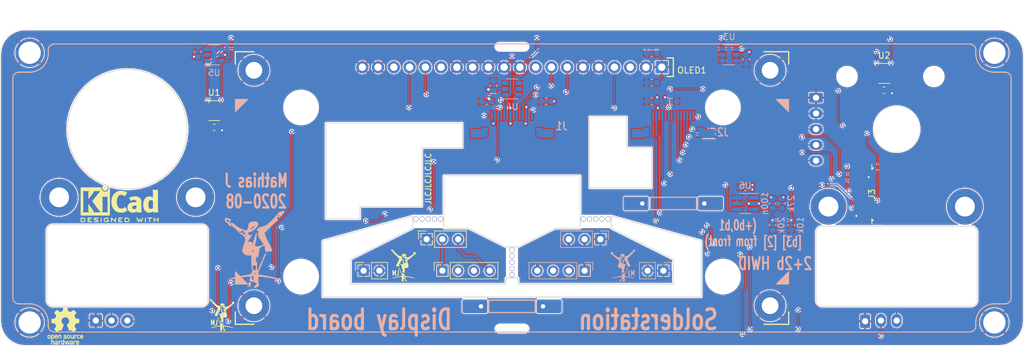
<source format=kicad_pcb>
(kicad_pcb (version 20171130) (host pcbnew 5.1.6-c6e7f7d~87~ubuntu18.04.1)
  (layers (0 F.Cu signal) (31 B.Cu power) (34 B.Paste user) (35 F.Paste user) (36 B.SilkS user) (37 F.SilkS user) (38 B.Mask user) (39 F.Mask user) (44 Edge.Cuts user))
  (net 0 "")
  (net 1 "Net-(J1-Pad16)")
  (net 2 "Net-(J1-Pad15)")
  (net 3 "Net-(J2-Pad16)")
  (net 4 "Net-(J2-Pad15)")
  (net 5 "Net-(J3-Pad16)")
  (net 6 "Net-(J3-Pad15)")
  (net 7 GND)
  (net 8 /PB_1A)
  (net 9 /PB_1B)
  (net 10 /PB_2A)
  (net 11 /PB_2B)
  (net 12 /ENC_A)
  (net 13 /ENC_B)
  (net 14 VDD_IO)
  (net 15 /ENC_SWn)
  (net 16 /HWID_0)
  (net 17 /AUX_BOOT0)
  (net 18 /~AUX_IRQn~)
  (net 19 /AUX_TX)
  (net 20 /AUX_RX)
  (net 21 /~RESn~)
  (net 22 /~CSn~)
  (net 23 /D~Cn~)
  (net 24 /MOSI)
  (net 25 /SCK)
  (net 26 /SCL)
  (net 27 /SDA)
  (net 28 "Net-(OLED1-Pad18)")
  (net 29 "Net-(OLED1-Pad15)")
  (net 30 "Net-(OLED1-Pad9)")
  (net 31 "Net-(OLED1-Pad3)")
  (net 32 "/TS In mid/A0")
  (net 33 /HWID_0_i)
  (net 34 "Net-(J5-Pad4)")
  (net 35 "Net-(J5-Pad3)")
  (net 36 "Net-(J5-Pad2)")
  (net 37 "Net-(J5-Pad1)")
  (net 38 "Net-(J8-Pad4)")
  (net 39 "Net-(J8-Pad3)")
  (net 40 "Net-(J8-Pad2)")
  (net 41 "Net-(J8-Pad1)")
  (net 42 "/BridgeAdapter 1/COM")
  (net 43 "/BridgeAdapter 2/COM")
  (net 44 "Net-(M4-Pad1)")
  (net 45 "Net-(M5-Pad1)")
  (net 46 "Net-(M4-Pad2)")
  (net 47 "Net-(M5-Pad2)")
  (module Capacitor_SMD:C_0603_1608Metric (layer B.Cu) (at 187.6 74.4)
    (fp_text reference C13 hide)
    (fp_text value 100n)
    (pad 2 smd roundrect (at 0.7875 0) (size 0.875 0.95) (layers B.Cu B.Paste B.Mask) (net 7 GND))
    (pad 1 smd roundrect (at -0.7875 0) (size 0.875 0.95) (layers B.Cu B.Paste B.Mask) (net 14 VDD_IO))
  )
  (module Package_TO_SOT_SMD:SOT-23-6_Handsoldering (layer B.Cu) (at 187.6 77 180)
    (fp_text reference U6 (at 0 2.9) (layer B.SilkS) (effects (justify mirror)))
    (fp_text value TLV9051SIDBV)
    (pad 5 smd rect (at 1.35 0 180) (size 1.56 0.65) (layers B.Cu B.Paste B.Mask) (net 14 VDD_IO))
    (pad 6 smd rect (at 1.35 0.95 180) (size 1.56 0.65) (layers B.Cu B.Paste B.Mask) (net 14 VDD_IO))
    (pad 4 smd rect (at 1.35 -0.95 180) (size 1.56 0.65) (layers B.Cu B.Paste B.Mask) (net 16 /HWID_0))
    (pad 3 smd rect (at -1.35 -0.95 180) (size 1.56 0.65) (layers B.Cu B.Paste B.Mask) (net 33 /HWID_0_i))
    (pad 2 smd rect (at -1.35 0 180) (size 1.56 0.65) (layers B.Cu B.Paste B.Mask) (net 7 GND))
    (pad 1 smd rect (at -1.35 0.95 180) (size 1.56 0.65) (layers B.Cu B.Paste B.Mask) (net 16 /HWID_0))
  )
  (module customlib_mj_fp:NHD3_12-Flush_with_bridge_cutouts (layer F.Cu) (at 150 74.5)
    (fp_text reference OLED1 (at 29 -19) (layer F.SilkS))
    (fp_text value NHD-3.12-25664)
    (fp_line (start 16 4.5) (end 30.5 8.5) (layer Edge.Cuts) (width 0.12))
    (fp_line (start -30.5 8.5) (end -16 4.5) (layer Edge.Cuts) (width 0.12))
    (fp_line (start 30.5 17.6) (end -30.5 17.6) (layer Edge.Cuts) (width 0.12))
    (fp_line (start -30.5 17.6) (end -30.5 8.5) (layer Edge.Cuts) (width 0.12))
    (fp_line (start -11 4.5) (end -11 -2) (layer Edge.Cuts) (width 0.12))
    (fp_line (start -11 -2) (end 11 -2) (layer Edge.Cuts) (width 0.12))
    (fp_line (start 11 -2) (end 11 4.5) (layer Edge.Cuts) (width 0.12))
    (fp_line (start 30.5 8.5) (end 30.5 17.6) (layer Edge.Cuts) (width 0.12))
    (fp_line (start 22.5 -6.5) (end 22.5 0) (layer Edge.Cuts) (width 0.12))
    (fp_line (start 22.5 0) (end 12.5 0) (layer Edge.Cuts) (width 0.12))
    (fp_line (start 12.5 0) (end 12.5 -11.5) (layer Edge.Cuts) (width 0.12))
    (fp_line (start 12.5 -11.5) (end 18.5 -11.5) (layer Edge.Cuts) (width 0.12))
    (fp_line (start 18.5 -11.5) (end 18.5 -6.5) (layer Edge.Cuts) (width 0.12))
    (fp_line (start 18.5 -6.5) (end 22.5 -6.5) (layer Edge.Cuts) (width 0.12))
    (fp_line (start -8 -10.5) (end -8 -6.5) (layer Edge.Cuts) (width 0.12))
    (fp_line (start -8 -6.5) (end -14.5 -6.5) (layer Edge.Cuts) (width 0.12))
    (fp_line (start -14.5 -6.5) (end -14.5 3) (layer Edge.Cuts) (width 0.12))
    (fp_line (start -14.5 3) (end -24.5 3) (layer Edge.Cuts) (width 0.12))
    (fp_line (start -30 5) (end -30 -10.5) (layer Edge.Cuts) (width 0.12))
    (fp_line (start -30 -10.5) (end -8 -10.5) (layer Edge.Cuts) (width 0.12))
    (fp_line (start -24.5 3) (end -24.5 5) (layer Edge.Cuts) (width 0.12))
    (fp_line (start -24.5 5) (end -30 5) (layer Edge.Cuts) (width 0.12))
    (fp_line (start -16 4.5) (end -16 6.5) (layer Edge.Cuts) (width 0.12))
    (fp_line (start -16 6.5) (end -26 11.5) (layer Edge.Cuts) (width 0.12))
    (fp_line (start -26 11.5) (end -26 15.5) (layer Edge.Cuts) (width 0.12))
    (fp_line (start -11 4.5) (end -11 6.5) (layer Edge.Cuts) (width 0.12))
    (fp_line (start -11 6.5) (end -7 6.5) (layer Edge.Cuts) (width 0.12))
    (fp_line (start -7 6.5) (end -1 9.5) (layer Edge.Cuts) (width 0.12))
    (fp_line (start -26 15.5) (end -1 15.5) (layer Edge.Cuts) (width 0.12))
    (fp_line (start -1 15.5) (end -1 14.5) (layer Edge.Cuts) (width 0.12))
    (fp_line (start -1 14.5) (end 1 14.5) (layer Edge.Cuts) (width 0.12))
    (fp_line (start 1 14.5) (end 1 15.5) (layer Edge.Cuts) (width 0.12))
    (fp_line (start 1 15.5) (end 26 15.5) (layer Edge.Cuts) (width 0.12))
    (fp_line (start 26 15.5) (end 26 11.5) (layer Edge.Cuts) (width 0.12))
    (fp_line (start 26 11.5) (end 16 6.5) (layer Edge.Cuts) (width 0.12))
    (fp_line (start 16 6.5) (end 16 4.5) (layer Edge.Cuts) (width 0.12))
    (fp_line (start 11 4.5) (end 11 6.5) (layer Edge.Cuts) (width 0.12))
    (fp_line (start 11 6.5) (end 7 6.5) (layer Edge.Cuts) (width 0.12))
    (fp_line (start 7 6.5) (end 1 9.5) (layer Edge.Cuts) (width 0.12))
    (fp_line (start 1 9.5) (end -1 9.5) (layer Edge.Cuts) (width 0.12))
    (pad "" np_thru_hole circle (at -34 14.3) (size 5.5 5.5) (drill 5.5) (layers *.Cu *.Mask))
    (pad "" np_thru_hole circle (at 34 14.3) (size 5.5 5.5) (drill 5.5) (layers *.Cu *.Mask))
    (pad "" np_thru_hole circle (at -34 -13) (size 5.5 5.5) (drill 5.5) (layers *.Cu *.Mask))
    (pad "" np_thru_hole circle (at 34 -13) (size 5.5 5.5) (drill 5.5) (layers *.Cu *.Mask))
    (pad 21 thru_hole circle (at 41.6 -19) (size 5 5) (drill 2.7) (layers *.Cu *.Mask) (net 7 GND))
    (pad 21 thru_hole circle (at 41.6 19) (size 5 5) (drill 2.7) (layers *.Cu *.Mask) (net 7 GND))
    (pad 21 thru_hole circle (at -41.6 19) (size 5 5) (drill 2.7) (layers *.Cu *.Mask) (net 7 GND))
    (pad 21 thru_hole circle (at -41.6 -19) (size 5 5) (drill 2.7) (layers *.Cu *.Mask) (net 7 GND))
    (pad 20 thru_hole circle (at -24.13 -19.5 180) (size 2 2) (drill 1.2) (layers *.Cu *.Mask) (net 7 GND))
    (pad 19 thru_hole circle (at -21.59 -19.5 180) (size 2 2) (drill 1.2) (layers *.Cu *.Mask) (net 7 GND))
    (pad 18 thru_hole circle (at -19.05 -19.5 180) (size 2 2) (drill 1.2) (layers *.Cu *.Mask) (net 28 "Net-(OLED1-Pad18)"))
    (pad 17 thru_hole circle (at -16.51 -19.5 180) (size 2 2) (drill 1.2) (layers *.Cu *.Mask) (net 22 /~CSn~))
    (pad 16 thru_hole circle (at -13.97 -19.5 180) (size 2 2) (drill 1.2) (layers *.Cu *.Mask) (net 21 /~RESn~))
    (pad 15 thru_hole circle (at -11.43 -19.5 180) (size 2 2) (drill 1.2) (layers *.Cu *.Mask) (net 29 "Net-(OLED1-Pad15)"))
    (pad 14 thru_hole circle (at -8.89 -19.5 180) (size 2 2) (drill 1.2) (layers *.Cu *.Mask) (net 7 GND))
    (pad 13 thru_hole circle (at -6.35 -19.5 180) (size 2 2) (drill 1.2) (layers *.Cu *.Mask) (net 7 GND))
    (pad 12 thru_hole circle (at -3.81 -19.5 180) (size 2 2) (drill 1.2) (layers *.Cu *.Mask) (net 7 GND))
    (pad 11 thru_hole circle (at -1.27 -19.5 180) (size 2 2) (drill 1.2) (layers *.Cu *.Mask) (net 7 GND))
    (pad 10 thru_hole circle (at 1.27 -19.5 180) (size 2 2) (drill 1.2) (layers *.Cu *.Mask) (net 7 GND))
    (pad 9 thru_hole circle (at 3.81 -19.5 180) (size 2 2) (drill 1.2) (layers *.Cu *.Mask) (net 30 "Net-(OLED1-Pad9)"))
    (pad 8 thru_hole circle (at 6.35 -19.5 180) (size 2 2) (drill 1.2) (layers *.Cu *.Mask) (net 24 /MOSI))
    (pad 7 thru_hole circle (at 8.89 -19.5 180) (size 2 2) (drill 1.2) (layers *.Cu *.Mask) (net 25 /SCK))
    (pad 6 thru_hole circle (at 11.43 -19.5 180) (size 2 2) (drill 1.2) (layers *.Cu *.Mask) (net 7 GND))
    (pad 5 thru_hole circle (at 13.97 -19.5 180) (size 2 2) (drill 1.2) (layers *.Cu *.Mask) (net 7 GND))
    (pad 4 thru_hole circle (at 16.51 -19.5 180) (size 2 2) (drill 1.2) (layers *.Cu *.Mask) (net 23 /D~Cn~))
    (pad 3 thru_hole circle (at 19.05 -19.5 180) (size 2 2) (drill 1.2) (layers *.Cu *.Mask) (net 31 "Net-(OLED1-Pad3)"))
    (pad 2 thru_hole circle (at 21.59 -19.5 180) (size 2 2) (drill 1.2) (layers *.Cu *.Mask) (net 14 VDD_IO))
    (pad 1 thru_hole rect (at 24.13 -19.5 180) (size 2 2) (drill 1.2) (layers *.Cu *.Mask) (net 7 GND))
  )
  (module customlib_mj_fp:Frontpanel_L_Powerbtn_Pushbtns_holder (layer B.Cu) (at 88 65 180)
    (fp_text reference ASM1)
    (fp_text value Frontpanel_L_Powerbtn_Pushbtns_holder)
    (fp_line (start -13 -27.6) (end -13 -16.4) (layer Edge.Cuts) (width 0.12))
    (fp_line (start -12 -15.4) (end 12 -15.4) (layer Edge.Cuts) (width 0.12))
    (fp_line (start 13 -16.4) (end 13 -27.6) (layer Edge.Cuts) (width 0.12))
    (fp_line (start 12 -28.6) (end -12 -28.6) (layer Edge.Cuts) (width 0.12))
    (fp_circle (center 0 0) (end 9.65 0) (layer Edge.Cuts) (width 0.12))
    (fp_arc (start -12 -27.6) (end -13 -27.6) (angle 90) (layer Edge.Cuts) (width 0.12))
    (fp_arc (start 12 -27.6) (end 12 -28.6) (angle 90) (layer Edge.Cuts) (width 0.12))
    (fp_arc (start 12 -16.4) (end 13 -16.4) (angle 90) (layer Edge.Cuts) (width 0.12))
    (fp_arc (start -12 -16.4) (end -12 -15.4) (angle 90) (layer Edge.Cuts) (width 0.12))
    (pad 1 thru_hole roundrect (at 5.08 -30.89 180) (size 2 2) (drill 1) (layers *.Cu *.Mask) (roundrect_rratio 0.1) (net 7 GND))
    (pad 2 thru_hole circle (at 2.54 -30.89 180) (size 2 2) (drill 1) (layers *.Cu *.Mask) (net 8 /PB_1A))
    (pad 3 thru_hole circle (at 0 -30.89 180) (size 2 2) (drill 1) (layers *.Cu *.Mask) (net 9 /PB_1B))
    (pad "" thru_hole circle (at 11 -11 180) (size 6 6) (drill 3.2) (layers *.Cu *.Mask))
    (pad "" thru_hole circle (at -11 -11 180) (size 6 6) (drill 3.2) (layers *.Cu *.Mask))
  )
  (module customlib_mj_fp:MountingHole_3-6mm_pth (layer F.Cu) (at 72.25 52.67)
    (fp_text reference H4 hide)
    (fp_text value MountingHole_Pad hide)
    (pad 1 thru_hole circle (at 0 0) (size 4.6 4.6) (drill 3.6) (layers *.Cu *.Mask) (net 7 GND))
  )
  (module customlib_mj_fp:MountingHole_3-6mm_pth (layer F.Cu) (at 227.75 52.67)
    (fp_text reference H3 hide)
    (fp_text value MountingHole_Pad hide)
    (pad 1 thru_hole circle (at 0 0) (size 4.6 4.6) (drill 3.6) (layers *.Cu *.Mask) (net 7 GND))
  )
  (module customlib_mj_fp:MountingHole_3-6mm_pth (layer F.Cu) (at 227.75 96.2)
    (fp_text reference H2 hide)
    (fp_text value MountingHole_Pad hide)
    (pad 1 thru_hole circle (at 0 0) (size 4.6 4.6) (drill 3.6) (layers *.Cu *.Mask) (net 7 GND))
  )
  (module customlib_mj_fp:MountingHole_3-6mm_pth (layer F.Cu) (at 72.25 96.2)
    (fp_text reference H1 hide)
    (fp_text value MountingHole_Pad hide)
    (pad 1 thru_hole circle (at 0 0) (size 4.6 4.6) (drill 3.6) (layers *.Cu *.Mask) (net 7 GND))
  )
  (module customlib_mj_fp:mousebite_5mm_stampholes (layer F.Cu) (at 163.5 79.5)
    (fp_text reference M3 hide)
    (fp_text value Mousebite_stamp_holes hide)
    (pad "" np_thru_hole circle (at 2 0) (size 0.8 0.8) (drill 0.7) (layers *.Cu *.Mask) (clearance 0.1))
    (pad "" np_thru_hole circle (at -2 0) (size 0.8 0.8) (drill 0.7) (layers *.Cu *.Mask) (clearance 0.1))
    (pad "" np_thru_hole circle (at 1 0) (size 0.8 0.8) (drill 0.7) (layers *.Cu *.Mask) (clearance 0.1))
    (pad "" np_thru_hole circle (at -1 0) (size 0.8 0.8) (drill 0.7) (layers *.Cu *.Mask) (clearance 0.1))
    (pad "" np_thru_hole circle (at 0 0) (size 0.8 0.8) (drill 0.7) (layers *.Cu *.Mask) (clearance 0.1))
  )
  (module customlib_mj_fp:mousebite_5mm_stampholes (layer F.Cu) (at 150 86.5 90)
    (fp_text reference M2 hide)
    (fp_text value Mousebite_stamp_holes hide)
    (pad "" np_thru_hole circle (at 2 0 90) (size 0.8 0.8) (drill 0.7) (layers *.Cu *.Mask) (clearance 0.1))
    (pad "" np_thru_hole circle (at -2 0 90) (size 0.8 0.8) (drill 0.7) (layers *.Cu *.Mask) (clearance 0.1))
    (pad "" np_thru_hole circle (at 1 0 90) (size 0.8 0.8) (drill 0.7) (layers *.Cu *.Mask) (clearance 0.1))
    (pad "" np_thru_hole circle (at -1 0 90) (size 0.8 0.8) (drill 0.7) (layers *.Cu *.Mask) (clearance 0.1))
    (pad "" np_thru_hole circle (at 0 0 90) (size 0.8 0.8) (drill 0.7) (layers *.Cu *.Mask) (clearance 0.1))
  )
  (module customlib_mj_fp:mousebite_5mm_stampholes (layer F.Cu) (at 136.5 79.5)
    (fp_text reference M1 hide)
    (fp_text value Mousebite_stamp_holes hide)
    (pad "" np_thru_hole circle (at 2 0) (size 0.8 0.8) (drill 0.7) (layers *.Cu *.Mask) (clearance 0.1))
    (pad "" np_thru_hole circle (at -2 0) (size 0.8 0.8) (drill 0.7) (layers *.Cu *.Mask) (clearance 0.1))
    (pad "" np_thru_hole circle (at 1 0) (size 0.8 0.8) (drill 0.7) (layers *.Cu *.Mask) (clearance 0.1))
    (pad "" np_thru_hole circle (at -1 0) (size 0.8 0.8) (drill 0.7) (layers *.Cu *.Mask) (clearance 0.1))
    (pad "" np_thru_hole circle (at 0 0) (size 0.8 0.8) (drill 0.7) (layers *.Cu *.Mask) (clearance 0.1))
  )
  (module Symbol:OSHW-Logo_5.7x6mm_SilkScreen (layer F.Cu) (at 78 96.75)
    (fp_text reference Logo_OSHW1 hide)
    (fp_text value Logo_Open_Hardware_Small hide)
  )
  (module Symbol:KiCad-Logo2_5mm_SilkScreen (layer F.Cu) (at 86.75 77)
    (fp_text reference Logo5 hide)
    (fp_text value Logo-Kicad hide)
  )
  (module customlib_mj_fp:MJ_10.3x12.7 (layer B.Cu) (at 108.5 84.25 180)
    (fp_text reference Logo4 hide)
    (fp_text value Logo_MJ-mid hide)
  )
  (module customlib_mj_fp:MJ_Mini (layer F.Cu) (at 103.25 95)
    (fp_text reference Logo3 hide)
    (fp_text value Logo_MJ-small hide)
  )
  (module customlib_mj_fp:FFC_retention_clamp_14pin_7_5mm (layer B.Cu) (at 150 93.6)
    (fp_text reference M4)
    (fp_text value FFC_retention_clamp)
    (pad 2 thru_hole roundrect (at 5 0 180) (size 4 2.2) (drill 0.7 (offset -1 0)) (layers *.Cu B.Mask) (roundrect_rratio 0.114) (net 46 "Net-(M4-Pad2)"))
    (pad 1 thru_hole roundrect (at -5 0) (size 4 2.2) (drill 0.7 (offset -1 0)) (layers *.Cu B.Mask) (roundrect_rratio 0.114) (net 44 "Net-(M4-Pad1)"))
  )
  (module customlib_mj_fp:FFC_retention_clamp_14pin_7_5mm (layer B.Cu) (at 176 77)
    (fp_text reference M5)
    (fp_text value FFC_retention_clamp)
    (pad 2 thru_hole roundrect (at 5 0 180) (size 4 2.2) (drill 0.7 (offset -1 0)) (layers *.Cu B.Mask) (roundrect_rratio 0.114) (net 47 "Net-(M5-Pad2)"))
    (pad 1 thru_hole roundrect (at -5 0) (size 4 2.2) (drill 0.7 (offset -1 0)) (layers *.Cu B.Mask) (roundrect_rratio 0.114) (net 45 "Net-(M5-Pad1)"))
  )
  (module customlib_mj_fp:MJ_Mini (layer B.Cu) (at 167.9 87 180)
    (fp_text reference Logo2 hide)
    (fp_text value Logo_MJ hide)
  )
  (module customlib_mj_fp:MJ_Mini (layer F.Cu) (at 132.5 87)
    (fp_text reference Logo1 hide)
    (fp_text value Logo_MJ hide)
  )
  (module customlib_mj_fp:Frontpanel_R_RotaryEnc_Pushbtns_holder-one_M3_removed (layer B.Cu) (at 212 65 180)
    (fp_text reference ASM2)
    (fp_text value Frontpanel_R_RotaryEnc_Pushbtns_holder)
    (fp_circle (center 0 0) (end 3.65 0) (layer Edge.Cuts) (width 0.12))
    (fp_line (start -13 -27.6) (end -13 -16.65) (layer Edge.Cuts) (width 0.12))
    (fp_line (start -12 -15.65) (end 12 -15.65) (layer Edge.Cuts) (width 0.12))
    (fp_line (start 13 -16.65) (end 13 -27.6) (layer Edge.Cuts) (width 0.12))
    (fp_line (start 12 -28.6) (end -12 -28.6) (layer Edge.Cuts) (width 0.12))
    (fp_arc (start -12 -16.65) (end -12 -15.65) (angle 90) (layer Edge.Cuts) (width 0.12))
    (fp_arc (start 12 -16.65) (end 13 -16.65) (angle 90) (layer Edge.Cuts) (width 0.12))
    (fp_arc (start 12 -27.6) (end 12 -28.6) (angle 90) (layer Edge.Cuts) (width 0.12))
    (fp_arc (start -12 -27.6) (end -13 -27.6) (angle 90) (layer Edge.Cuts) (width 0.12))
    (pad "" thru_hole circle (at -11 -12.5 180) (size 5.8 5.8) (drill 3.2) (layers *.Cu *.Mask))
    (pad "" np_thru_hole circle (at 0 0 180) (size 7.3 7.3) (drill 7.3) (layers *.Cu *.Mask))
    (pad "" np_thru_hole circle (at -6 8.5 180) (size 3.2 3.2) (drill 3.2) (layers *.Cu *.Mask))
    (pad "" np_thru_hole circle (at 8 8.5 180) (size 3.2 3.2) (drill 3.2) (layers *.Cu *.Mask))
    (pad 3 thru_hole oval (at 13 0 180) (size 2.2 1.6) (drill 1) (layers *.Cu *.Mask) (net 15 /ENC_SWn))
    (pad 2 thru_hole oval (at 13 2.54 180) (size 2.2 1.6) (drill 1) (layers *.Cu *.Mask) (net 14 VDD_IO))
    (pad 1 thru_hole roundrect (at 13 5.08 180) (size 2.2 1.6) (drill 1) (layers *.Cu *.Mask) (roundrect_rratio 0.125) (net 7 GND))
    (pad 4 thru_hole oval (at 13 -2.54 180) (size 2.2 1.6) (drill 1) (layers *.Cu *.Mask) (net 13 /ENC_B))
    (pad 5 thru_hole oval (at 13 -5.08 180) (size 2.2 1.6) (drill 1) (layers *.Cu *.Mask) (net 12 /ENC_A))
    (pad "" thru_hole circle (at 11 -12.5 180) (size 5.8 5.8) (drill 3.2) (layers *.Cu *.Mask))
    (pad 8 thru_hole oval (at 0 -30.89 180) (size 1.6 2.2) (drill 1) (layers *.Cu *.Mask) (net 11 /PB_2B))
    (pad 7 thru_hole oval (at 2.54 -30.89 180) (size 1.6 2.2) (drill 1) (layers *.Cu *.Mask) (net 10 /PB_2A))
    (pad 6 thru_hole roundrect (at 5.08 -31 180) (size 1.6 2.2) (drill 1) (layers *.Cu *.Mask) (roundrect_rratio 0.125) (net 7 GND))
  )
  (module customlib_mj_fp:FFC_mech_14p_50mm_folded_x2 (layer F.Cu) (at 208 75.5)
    (fp_text reference FFC1 hide)
    (fp_text value FFC_14p_50mm_folded_x2)
  )
  (module Connector_PinSocket_2.54mm:PinSocket_1x03_P2.54mm_Vertical (layer F.Cu) (at 136.24 82.76 90)
    (fp_text reference J6)
    (fp_text value Conn_01x03 hide)
    (pad 3 thru_hole oval (at 0 5.08 90) (size 1.7 1.7) (drill 1) (layers *.Cu *.Mask) (net 34 "Net-(J5-Pad4)"))
    (pad 2 thru_hole oval (at 0 2.54 90) (size 1.7 1.7) (drill 1) (layers *.Cu *.Mask) (net 37 "Net-(J5-Pad1)"))
    (pad 1 thru_hole rect (at 0 0 90) (size 1.7 1.7) (drill 1) (layers *.Cu *.Mask) (net 42 "/BridgeAdapter 1/COM"))
  )
  (module Connector_PinSocket_2.54mm:PinSocket_1x03_P2.54mm_Vertical (layer B.Cu) (at 164.24 82.76 90)
    (fp_text reference J9)
    (fp_text value Conn_01x03 hide)
    (pad 3 thru_hole oval (at 0 -5.08 90) (size 1.7 1.7) (drill 1) (layers *.Cu *.Mask) (net 38 "Net-(J8-Pad4)"))
    (pad 2 thru_hole oval (at 0 -2.54 90) (size 1.7 1.7) (drill 1) (layers *.Cu *.Mask) (net 41 "Net-(J8-Pad1)"))
    (pad 1 thru_hole rect (at 0 0 90) (size 1.7 1.7) (drill 1) (layers *.Cu *.Mask) (net 43 "/BridgeAdapter 2/COM"))
  )
  (module Connector_PinSocket_2.54mm:PinSocket_1x04_P2.54mm_Vertical (layer B.Cu) (at 161.7 87.84 90)
    (fp_text reference J8)
    (fp_text value Conn_01x04 hide)
    (pad 4 thru_hole oval (at 0 -7.62 90) (size 1.7 1.7) (drill 1) (layers *.Cu *.Mask) (net 38 "Net-(J8-Pad4)"))
    (pad 3 thru_hole oval (at 0 -5.08 90) (size 1.7 1.7) (drill 1) (layers *.Cu *.Mask) (net 39 "Net-(J8-Pad3)"))
    (pad 2 thru_hole oval (at 0 -2.54 90) (size 1.7 1.7) (drill 1) (layers *.Cu *.Mask) (net 40 "Net-(J8-Pad2)"))
    (pad 1 thru_hole rect (at 0 0 90) (size 1.7 1.7) (drill 1) (layers *.Cu *.Mask) (net 41 "Net-(J8-Pad1)"))
  )
  (module Connector_PinSocket_2.54mm:PinSocket_1x02_P2.54mm_Vertical (layer B.Cu) (at 174.4 87.84 90)
    (fp_text reference J7)
    (fp_text value Conn_01x02 hide)
    (pad 2 thru_hole oval (at 0 -2.54 90) (size 1.7 1.7) (drill 1) (layers *.Cu *.Mask) (net 43 "/BridgeAdapter 2/COM"))
    (pad 1 thru_hole rect (at 0 0 90) (size 1.7 1.7) (drill 1) (layers *.Cu *.Mask) (net 43 "/BridgeAdapter 2/COM"))
  )
  (module Connector_PinSocket_2.54mm:PinSocket_1x04_P2.54mm_Vertical (layer F.Cu) (at 138.78 87.84 90)
    (fp_text reference J5)
    (fp_text value Conn_01x04 hide)
    (pad 4 thru_hole oval (at 0 7.62 90) (size 1.7 1.7) (drill 1) (layers *.Cu *.Mask) (net 34 "Net-(J5-Pad4)"))
    (pad 3 thru_hole oval (at 0 5.08 90) (size 1.7 1.7) (drill 1) (layers *.Cu *.Mask) (net 35 "Net-(J5-Pad3)"))
    (pad 2 thru_hole oval (at 0 2.54 90) (size 1.7 1.7) (drill 1) (layers *.Cu *.Mask) (net 36 "Net-(J5-Pad2)"))
    (pad 1 thru_hole rect (at 0 0 90) (size 1.7 1.7) (drill 1) (layers *.Cu *.Mask) (net 37 "Net-(J5-Pad1)"))
  )
  (module Connector_PinSocket_2.54mm:PinSocket_1x02_P2.54mm_Vertical (layer F.Cu) (at 126.08 87.84 90)
    (fp_text reference J4)
    (fp_text value Conn_01x02 hide)
    (pad 2 thru_hole oval (at 0 2.54 90) (size 1.7 1.7) (drill 1) (layers *.Cu *.Mask) (net 42 "/BridgeAdapter 1/COM"))
    (pad 1 thru_hole rect (at 0 0 90) (size 1.7 1.7) (drill 1) (layers *.Cu *.Mask) (net 42 "/BridgeAdapter 1/COM"))
  )
  (module customlib_mj_fp:FPC_14p_05mm-WE_687114182122 (layer F.Cu) (at 206.5 75.5 90)
    (fp_text reference J3 (at 0 1.5 90) (layer F.SilkS))
    (fp_text value FFC_conn_14p)
    (pad 16 smd rect (at 4.4 2.5 90) (size 0.8 1.2) (layers F.Cu F.Paste F.Mask) (net 5 "Net-(J3-Pad16)"))
    (pad 15 smd rect (at -4.4 2.5 90) (size 0.8 1.2) (layers F.Cu F.Paste F.Mask) (net 6 "Net-(J3-Pad15)"))
    (pad 14 smd rect (at 3.25 -0.2 90) (size 0.3 1.6) (layers F.Cu F.Paste F.Mask) (net 18 /~AUX_IRQn~))
    (pad 13 smd rect (at 2.75 -0.2 90) (size 0.3 1.6) (layers F.Cu F.Paste F.Mask) (net 14 VDD_IO))
    (pad 12 smd rect (at 2.25 -0.2 90) (size 0.3 1.6) (layers F.Cu F.Paste F.Mask) (net 7 GND))
    (pad 11 smd rect (at 1.75 -0.2 90) (size 0.3 1.6) (layers F.Cu F.Paste F.Mask) (net 7 GND))
    (pad 10 smd rect (at 1.25 -0.2 90) (size 0.3 1.6) (layers F.Cu F.Paste F.Mask) (net 21 /~RESn~))
    (pad 9 smd rect (at 0.75 -0.2 90) (size 0.3 1.6) (layers F.Cu F.Paste F.Mask) (net 7 GND))
    (pad 8 smd rect (at 0.25 -0.2 90) (size 0.3 1.6) (layers F.Cu F.Paste F.Mask) (net 7 GND))
    (pad 7 smd rect (at -0.25 -0.2 90) (size 0.3 1.6) (layers F.Cu F.Paste F.Mask) (net 17 /AUX_BOOT0))
    (pad 6 smd rect (at -0.75 -0.2 90) (size 0.3 1.6) (layers F.Cu F.Paste F.Mask) (net 19 /AUX_TX))
    (pad 5 smd rect (at -1.25 -0.2 90) (size 0.3 1.6) (layers F.Cu F.Paste F.Mask) (net 20 /AUX_RX))
    (pad 4 smd rect (at -1.75 -0.2 90) (size 0.3 1.6) (layers F.Cu F.Paste F.Mask) (net 7 GND))
    (pad 3 smd rect (at -2.25 -0.2 90) (size 0.3 1.6) (layers F.Cu F.Paste F.Mask) (net 33 /HWID_0_i))
    (pad 2 smd rect (at -2.75 -0.2 90) (size 0.3 1.6) (layers F.Cu F.Paste F.Mask) (net 7 GND))
    (pad 1 smd rect (at -3.25 -0.2 90) (size 0.3 1.6) (layers F.Cu F.Paste F.Mask) (net 14 VDD_IO))
  )
  (module Package_TO_SOT_SMD:SOT-23-6 (layer B.Cu) (at 102 53)
    (fp_text reference U5 (at 0 2.9) (layer B.SilkS) (effects (justify mirror)))
    (fp_text value TMP100)
    (pad 5 smd rect (at 1.1 0) (size 1.06 0.65) (layers B.Cu B.Paste B.Mask) (net 7 GND))
    (pad 6 smd rect (at 1.1 0.95) (size 1.06 0.65) (layers B.Cu B.Paste B.Mask) (net 27 /SDA))
    (pad 4 smd rect (at 1.1 -0.95) (size 1.06 0.65) (layers B.Cu B.Paste B.Mask) (net 14 VDD_IO))
    (pad 3 smd rect (at -1.1 -0.95) (size 1.06 0.65) (layers B.Cu B.Paste B.Mask) (net 14 VDD_IO))
    (pad 2 smd rect (at -1.1 0) (size 1.06 0.65) (layers B.Cu B.Paste B.Mask) (net 7 GND))
    (pad 1 smd rect (at -1.1 0.95) (size 1.06 0.65) (layers B.Cu B.Paste B.Mask) (net 26 /SCL))
  )
  (module Package_TO_SOT_SMD:SOT-23-6 (layer B.Cu) (at 150 58.5)
    (fp_text reference U4 (at 0 2.9) (layer B.SilkS) (effects (justify mirror)))
    (fp_text value TMP100)
    (pad 5 smd rect (at 1.1 0) (size 1.06 0.65) (layers B.Cu B.Paste B.Mask) (net 32 "/TS In mid/A0"))
    (pad 6 smd rect (at 1.1 0.95) (size 1.06 0.65) (layers B.Cu B.Paste B.Mask) (net 27 /SDA))
    (pad 4 smd rect (at 1.1 -0.95) (size 1.06 0.65) (layers B.Cu B.Paste B.Mask) (net 14 VDD_IO))
    (pad 3 smd rect (at -1.1 -0.95) (size 1.06 0.65) (layers B.Cu B.Paste B.Mask) (net 14 VDD_IO))
    (pad 2 smd rect (at -1.1 0) (size 1.06 0.65) (layers B.Cu B.Paste B.Mask) (net 7 GND))
    (pad 1 smd rect (at -1.1 0.95) (size 1.06 0.65) (layers B.Cu B.Paste B.Mask) (net 26 /SCL))
  )
  (module Package_TO_SOT_SMD:SOT-23-6 (layer B.Cu) (at 185 53 180)
    (fp_text reference U3 (at 0 2.9) (layer B.SilkS) (effects (justify mirror)))
    (fp_text value TMP100)
    (pad 5 smd rect (at 1.1 0 180) (size 1.06 0.65) (layers B.Cu B.Paste B.Mask) (net 14 VDD_IO))
    (pad 6 smd rect (at 1.1 0.95 180) (size 1.06 0.65) (layers B.Cu B.Paste B.Mask) (net 27 /SDA))
    (pad 4 smd rect (at 1.1 -0.95 180) (size 1.06 0.65) (layers B.Cu B.Paste B.Mask) (net 14 VDD_IO))
    (pad 3 smd rect (at -1.1 -0.95 180) (size 1.06 0.65) (layers B.Cu B.Paste B.Mask) (net 14 VDD_IO))
    (pad 2 smd rect (at -1.1 0 180) (size 1.06 0.65) (layers B.Cu B.Paste B.Mask) (net 7 GND))
    (pad 1 smd rect (at -1.1 0.95 180) (size 1.06 0.65) (layers B.Cu B.Paste B.Mask) (net 26 /SCL))
  )
  (module Package_TO_SOT_SMD:SOT-23-6 (layer F.Cu) (at 210 56)
    (fp_text reference U2 (at 0 -2.9) (layer F.SilkS))
    (fp_text value TMP100)
    (pad 5 smd rect (at 1.1 0) (size 1.06 0.65) (layers F.Cu F.Paste F.Mask) (net 14 VDD_IO))
    (pad 6 smd rect (at 1.1 -0.95) (size 1.06 0.65) (layers F.Cu F.Paste F.Mask) (net 27 /SDA))
    (pad 4 smd rect (at 1.1 0.95) (size 1.06 0.65) (layers F.Cu F.Paste F.Mask) (net 14 VDD_IO))
    (pad 3 smd rect (at -1.1 0.95) (size 1.06 0.65) (layers F.Cu F.Paste F.Mask) (net 7 GND))
    (pad 2 smd rect (at -1.1 0) (size 1.06 0.65) (layers F.Cu F.Paste F.Mask) (net 7 GND))
    (pad 1 smd rect (at -1.1 -0.95) (size 1.06 0.65) (layers F.Cu F.Paste F.Mask) (net 26 /SCL))
  )
  (module Package_TO_SOT_SMD:SOT-23-6 (layer F.Cu) (at 102 62)
    (fp_text reference U1 (at 0 -2.9) (layer F.SilkS))
    (fp_text value TMP100)
    (pad 5 smd rect (at 1.1 0) (size 1.06 0.65) (layers F.Cu F.Paste F.Mask) (net 7 GND))
    (pad 6 smd rect (at 1.1 -0.95) (size 1.06 0.65) (layers F.Cu F.Paste F.Mask) (net 27 /SDA))
    (pad 4 smd rect (at 1.1 0.95) (size 1.06 0.65) (layers F.Cu F.Paste F.Mask) (net 14 VDD_IO))
    (pad 3 smd rect (at -1.1 0.95) (size 1.06 0.65) (layers F.Cu F.Paste F.Mask) (net 7 GND))
    (pad 2 smd rect (at -1.1 0) (size 1.06 0.65) (layers F.Cu F.Paste F.Mask) (net 7 GND))
    (pad 1 smd rect (at -1.1 -0.95) (size 1.06 0.65) (layers F.Cu F.Paste F.Mask) (net 26 /SCL))
  )
  (module Resistor_SMD:R_0603_1608Metric (layer B.Cu) (at 193.5 77 90)
    (fp_text reference R7)
    (fp_text value 27k (at 0 1.5 90) (layer B.SilkS) (effects (justify mirror)))
    (pad 2 smd roundrect (at 0.7875 0 90) (size 0.875 0.95) (layers B.Cu B.Paste B.Mask) (net 7 GND))
    (pad 1 smd roundrect (at -0.7875 0 90) (size 0.875 0.95) (layers B.Cu B.Paste B.Mask) (net 33 /HWID_0_i))
  )
  (module Resistor_SMD:R_0603_1608Metric (layer B.Cu) (at 192 80.5 90)
    (fp_text reference R3)
    (fp_text value 20k (at 0 1.4 270) (layer B.SilkS) (effects (justify mirror)))
    (pad 2 smd roundrect (at 0.7875 0 90) (size 0.875 0.95) (layers B.Cu B.Paste B.Mask) (net 33 /HWID_0_i))
    (pad 1 smd roundrect (at -0.7875 0 90) (size 0.875 0.95) (layers B.Cu B.Paste B.Mask) (net 14 VDD_IO))
  )
  (module Resistor_SMD:R_0603_1608Metric (layer B.Cu) (at 195 80.5 90)
    (fp_text reference R2)
    (fp_text value 10k (at 0 1.5 270) (layer B.SilkS) (effects (justify mirror)))
    (pad 2 smd roundrect (at 0.7875 0 90) (size 0.875 0.95) (layers B.Cu B.Paste B.Mask) (net 33 /HWID_0_i))
    (pad 1 smd roundrect (at -0.7875 0 90) (size 0.875 0.95) (layers B.Cu B.Paste B.Mask) (net 14 VDD_IO))
  )
  (module Capacitor_SMD:C_0603_1608Metric (layer B.Cu) (at 99.35 52.5 270)
    (fp_text reference C12 hide)
    (fp_text value 100n)
    (pad 2 smd roundrect (at 0.7875 0 270) (size 0.875 0.95) (layers B.Cu B.Paste B.Mask) (net 7 GND))
    (pad 1 smd roundrect (at -0.7875 0 270) (size 0.875 0.95) (layers B.Cu B.Paste B.Mask) (net 14 VDD_IO))
  )
  (module Capacitor_SMD:C_0603_1608Metric (layer B.Cu) (at 147 58 270)
    (fp_text reference C11 hide)
    (fp_text value 100n)
    (pad 2 smd roundrect (at 0.7875 0 270) (size 0.875 0.95) (layers B.Cu B.Paste B.Mask) (net 7 GND))
    (pad 1 smd roundrect (at -0.7875 0 270) (size 0.875 0.95) (layers B.Cu B.Paste B.Mask) (net 14 VDD_IO))
  )
  (module Capacitor_SMD:C_0603_1608Metric (layer B.Cu) (at 187.75 53.75 90)
    (fp_text reference C10 hide)
    (fp_text value 100n)
    (pad 2 smd roundrect (at 0.7875 0 90) (size 0.875 0.95) (layers B.Cu B.Paste B.Mask) (net 7 GND))
    (pad 1 smd roundrect (at -0.7875 0 90) (size 0.875 0.95) (layers B.Cu B.Paste B.Mask) (net 14 VDD_IO))
  )
  (module Capacitor_SMD:C_0603_1608Metric (layer F.Cu) (at 210 58.7 180)
    (fp_text reference C9 hide)
    (fp_text value 100n)
    (pad 2 smd roundrect (at 0.7875 0 180) (size 0.875 0.95) (layers F.Cu F.Paste F.Mask) (net 7 GND))
    (pad 1 smd roundrect (at -0.7875 0 180) (size 0.875 0.95) (layers F.Cu F.Paste F.Mask) (net 14 VDD_IO))
  )
  (module Capacitor_SMD:C_0603_1608Metric (layer F.Cu) (at 102 64.7 180)
    (fp_text reference C8 hide)
    (fp_text value 100n)
    (pad 2 smd roundrect (at 0.7875 0 180) (size 0.875 0.95) (layers F.Cu F.Paste F.Mask) (net 7 GND))
    (pad 1 smd roundrect (at -0.7875 0 180) (size 0.875 0.95) (layers F.Cu F.Paste F.Mask) (net 14 VDD_IO))
  )
  (module Capacitor_SMD:C_0603_1608Metric (layer B.Cu) (at 192 77 270)
    (fp_text reference C7)
    (fp_text value 100n (at 0 1.25 90) (layer B.SilkS) (effects (justify mirror)))
    (pad 2 smd roundrect (at 0.7875 0 270) (size 0.875 0.95) (layers B.Cu B.Paste B.Mask) (net 33 /HWID_0_i))
    (pad 1 smd roundrect (at -0.7875 0 270) (size 0.875 0.95) (layers B.Cu B.Paste B.Mask) (net 7 GND))
  )
  (module Capacitor_SMD:C_0603_1608Metric (layer B.Cu) (at 172.5 52.75)
    (fp_text reference C6 hide)
    (fp_text value 10u)
    (pad 2 smd roundrect (at 0.7875 0) (size 0.875 0.95) (layers B.Cu B.Paste B.Mask) (net 7 GND))
    (pad 1 smd roundrect (at -0.7875 0) (size 0.875 0.95) (layers B.Cu B.Paste B.Mask) (net 14 VDD_IO))
  )
  (module Capacitor_SMD:C_0603_1608Metric (layer B.Cu) (at 172.5 57.5)
    (fp_text reference C5 hide)
    (fp_text value 100n)
    (pad 2 smd roundrect (at 0.7875 0) (size 0.875 0.95) (layers B.Cu B.Paste B.Mask) (net 7 GND))
    (pad 1 smd roundrect (at -0.7875 0) (size 0.875 0.95) (layers B.Cu B.Paste B.Mask) (net 14 VDD_IO))
  )
  (module Capacitor_SMD:C_0603_1608Metric (layer B.Cu) (at 175.75 60.5 180)
    (fp_text reference C4 hide)
    (fp_text value 10u)
    (pad 2 smd roundrect (at 0.7875 0 180) (size 0.875 0.95) (layers B.Cu B.Paste B.Mask) (net 7 GND))
    (pad 1 smd roundrect (at -0.7875 0 180) (size 0.875 0.95) (layers B.Cu B.Paste B.Mask) (net 14 VDD_IO))
  )
  (module Capacitor_SMD:C_0603_1608Metric (layer B.Cu) (at 172.5 60.5)
    (fp_text reference C3 hide)
    (fp_text value 100n)
    (pad 2 smd roundrect (at 0.7875 0) (size 0.875 0.95) (layers B.Cu B.Paste B.Mask) (net 7 GND))
    (pad 1 smd roundrect (at -0.7875 0) (size 0.875 0.95) (layers B.Cu B.Paste B.Mask) (net 14 VDD_IO))
  )
  (module Capacitor_SMD:C_0603_1608Metric (layer B.Cu) (at 155.5 60.5)
    (fp_text reference C2 hide)
    (fp_text value 10u)
    (pad 2 smd roundrect (at 0.7875 0) (size 0.875 0.95) (layers B.Cu B.Paste B.Mask) (net 7 GND))
    (pad 1 smd roundrect (at -0.7875 0) (size 0.875 0.95) (layers B.Cu B.Paste B.Mask) (net 14 VDD_IO))
  )
  (module Capacitor_SMD:C_0603_1608Metric (layer B.Cu) (at 145.9 60.5)
    (fp_text reference C1 hide)
    (fp_text value 100n)
    (pad 2 smd roundrect (at 0.7875 0) (size 0.875 0.95) (layers B.Cu B.Paste B.Mask) (net 7 GND))
    (pad 1 smd roundrect (at -0.7875 0) (size 0.875 0.95) (layers B.Cu B.Paste B.Mask) (net 14 VDD_IO))
  )
  (module customlib_mj_fp:FPC_14p_05mm-Universal (layer B.Cu) (at 150 63 180)
    (fp_text reference J1 (at -8 -1.5) (layer B.SilkS) (effects (font (size 1.3 1.1) (thickness 0.2)) (justify mirror)))
    (fp_text value FFC_conn_14p)
    (pad 16 smd rect (at 4.4 -2.5 180) (size 1 1.5) (layers B.Cu B.Paste B.Mask) (net 1 "Net-(J1-Pad16)"))
    (pad 15 smd rect (at -4.4 -2.5 180) (size 1 1.5) (layers B.Cu B.Paste B.Mask) (net 2 "Net-(J1-Pad15)"))
    (pad 16 smd rect (at 5.7 -2.7 180) (size 2 1.5) (layers B.Cu B.Paste B.Mask) (net 1 "Net-(J1-Pad16)"))
    (pad 15 smd rect (at -5.7 -2.7 180) (size 2 1.5) (layers B.Cu B.Paste B.Mask) (net 2 "Net-(J1-Pad15)"))
    (pad 14 smd rect (at 3.25 0.2 180) (size 0.3 1.5) (layers B.Cu B.Paste B.Mask) (net 8 /PB_1A))
    (pad 13 smd rect (at 2.75 0.2 180) (size 0.3 1.5) (layers B.Cu B.Paste B.Mask) (net 7 GND))
    (pad 12 smd rect (at 2.25 0.2 180) (size 0.3 1.5) (layers B.Cu B.Paste B.Mask) (net 9 /PB_1B))
    (pad 11 smd rect (at 1.75 0.2 180) (size 0.3 1.5) (layers B.Cu B.Paste B.Mask) (net 22 /~CSn~))
    (pad 10 smd rect (at 1.25 0.2 180) (size 0.3 1.5) (layers B.Cu B.Paste B.Mask) (net 21 /~RESn~))
    (pad 9 smd rect (at 0.75 0.2 180) (size 0.3 1.5) (layers B.Cu B.Paste B.Mask) (net 26 /SCL))
    (pad 8 smd rect (at 0.25 0.2 180) (size 0.3 1.5) (layers B.Cu B.Paste B.Mask) (net 7 GND))
    (pad 7 smd rect (at -0.25 0.2 180) (size 0.3 1.5) (layers B.Cu B.Paste B.Mask) (net 27 /SDA))
    (pad 6 smd rect (at -0.75 0.2 180) (size 0.3 1.5) (layers B.Cu B.Paste B.Mask) (net 14 VDD_IO))
    (pad 5 smd rect (at -1.25 0.2 180) (size 0.3 1.5) (layers B.Cu B.Paste B.Mask) (net 24 /MOSI))
    (pad 4 smd rect (at -1.75 0.2 180) (size 0.3 1.5) (layers B.Cu B.Paste B.Mask) (net 25 /SCK))
    (pad 3 smd rect (at -2.25 0.2 180) (size 0.3 1.5) (layers B.Cu B.Paste B.Mask) (net 7 GND))
    (pad 2 smd rect (at -2.75 0.2 180) (size 0.3 1.5) (layers B.Cu B.Paste B.Mask) (net 14 VDD_IO))
    (pad 1 smd rect (at -3.25 0.2 180) (size 0.3 1.5) (layers B.Cu B.Paste B.Mask) (net 23 /D~Cn~))
  )
  (module customlib_mj_fp:FPC_14p_05mm-Universal (layer B.Cu) (at 176 63 180)
    (fp_text reference J2 (at -8 -2.5) (layer B.SilkS) (effects (font (size 1.3 1.1) (thickness 0.2)) (justify mirror)))
    (fp_text value FFC_conn_14p)
    (pad 16 smd rect (at 4.4 -2.5 180) (size 1 1.5) (layers B.Cu B.Paste B.Mask) (net 3 "Net-(J2-Pad16)"))
    (pad 15 smd rect (at -4.4 -2.5 180) (size 1 1.5) (layers B.Cu B.Paste B.Mask) (net 4 "Net-(J2-Pad15)"))
    (pad 16 smd rect (at 5.7 -2.7 180) (size 2 1.5) (layers B.Cu B.Paste B.Mask) (net 3 "Net-(J2-Pad16)"))
    (pad 15 smd rect (at -5.7 -2.7 180) (size 2 1.5) (layers B.Cu B.Paste B.Mask) (net 4 "Net-(J2-Pad15)"))
    (pad 14 smd rect (at 3.25 0.2 180) (size 0.3 1.5) (layers B.Cu B.Paste B.Mask) (net 10 /PB_2A))
    (pad 13 smd rect (at 2.75 0.2 180) (size 0.3 1.5) (layers B.Cu B.Paste B.Mask) (net 11 /PB_2B))
    (pad 12 smd rect (at 2.25 0.2 180) (size 0.3 1.5) (layers B.Cu B.Paste B.Mask) (net 7 GND))
    (pad 11 smd rect (at 1.75 0.2 180) (size 0.3 1.5) (layers B.Cu B.Paste B.Mask) (net 16 /HWID_0))
    (pad 10 smd rect (at 1.25 0.2 180) (size 0.3 1.5) (layers B.Cu B.Paste B.Mask) (net 14 VDD_IO))
    (pad 9 smd rect (at 0.75 0.2 180) (size 0.3 1.5) (layers B.Cu B.Paste B.Mask) (net 20 /AUX_RX))
    (pad 8 smd rect (at 0.25 0.2 180) (size 0.3 1.5) (layers B.Cu B.Paste B.Mask) (net 19 /AUX_TX))
    (pad 7 smd rect (at -0.25 0.2 180) (size 0.3 1.5) (layers B.Cu B.Paste B.Mask) (net 14 VDD_IO))
    (pad 6 smd rect (at -0.75 0.2 180) (size 0.3 1.5) (layers B.Cu B.Paste B.Mask) (net 12 /ENC_A))
    (pad 5 smd rect (at -1.25 0.2 180) (size 0.3 1.5) (layers B.Cu B.Paste B.Mask) (net 21 /~RESn~))
    (pad 4 smd rect (at -1.75 0.2 180) (size 0.3 1.5) (layers B.Cu B.Paste B.Mask) (net 13 /ENC_B))
    (pad 3 smd rect (at -2.25 0.2 180) (size 0.3 1.5) (layers B.Cu B.Paste B.Mask) (net 18 /~AUX_IRQn~))
    (pad 2 smd rect (at -2.75 0.2 180) (size 0.3 1.5) (layers B.Cu B.Paste B.Mask) (net 15 /ENC_SWn))
    (pad 1 smd rect (at -3.25 0.2 180) (size 0.3 1.5) (layers B.Cu B.Paste B.Mask) (net 17 /AUX_BOOT0))
  )
  (gr_text MJ (at 102 96.25) (layer F.SilkS) (effects (font (size 0.8 0.6))))
  (gr_text "Mathias J\n2020-08" (at 108.75 75) (layer B.SilkS) (effects (font (size 2.1 1.4) (thickness 0.35)) (justify mirror)))
  (gr_text JLCJLCJLCJLC (at 136.5 73 90) (layer F.SilkS) (effects (font (size 0.9 0.8))))
  (gr_text "Solderstation            Display board" (at 150 95.75) (layer B.SilkS) (effects (font (size 3.2 2.25) (thickness 0.5)) (justify mirror)))
  (gr_text "(+b0,b1\n   from front)" (at 186.4 81.8) (layer B.SilkS) (effects (font (size 1.6 1) (thickness 0.25)) (justify mirror)))
  (gr_text "[b3] [2]" (at 193.6 83.2) (layer B.SilkS) (effects (font (size 1.6 1) (thickness 0.25)) (justify mirror)))
  (gr_text "2+2b HWID" (at 192.4 86.7) (layer B.SilkS) (effects (font (size 2 1.4) (thickness 0.3)) (justify mirror)))
  (gr_text MJ (at 169.25 88.25) (layer B.SilkS) (effects (font (size 0.8 0.6)) (justify mirror)))
  (gr_text MJ (at 131.25 88.25) (layer F.SilkS) (effects (font (size 0.8 0.6))))
  (gr_arc (start 72.25 52.8) (end 72.25 55.8) (angle -90) (layer F.SilkS) (width 0.15))
  (gr_line (start 152.75 97.75) (end 223.75 97.75) (layer F.SilkS) (width 0.15))
  (gr_arc (start 70.55 56.8) (end 70.55 55.8) (angle -90) (layer F.SilkS) (width 0.15))
  (gr_line (start 76.25 97.750001) (end 147.25 97.75) (layer F.SilkS) (width 0.15))
  (gr_line (start 224.75 52.8) (end 224.75 52.25) (layer F.SilkS) (width 0.15))
  (gr_line (start 229.45 55.8) (end 227.75 55.8) (layer F.SilkS) (width 0.15))
  (gr_line (start 147.250001 51.250001) (end 76.25 51.25) (layer F.SilkS) (width 0.15))
  (gr_line (start 227.75 93.2) (end 229.45 93.2) (layer F.SilkS) (width 0.15))
  (gr_arc (start 76.25 96.750001) (end 75.25 96.750001) (angle -90) (layer F.SilkS) (width 0.15))
  (gr_arc (start 76.25 52.25) (end 76.25 51.25) (angle -90) (layer F.SilkS) (width 0.15))
  (gr_line (start 223.75 51.25) (end 152.75 51.250001) (layer F.SilkS) (width 0.15))
  (gr_line (start 69.55 56.8) (end 69.55 92.2) (layer F.SilkS) (width 0.15))
  (gr_arc (start 227.75 96.2) (end 227.75 93.2) (angle -90) (layer F.SilkS) (width 0.15))
  (gr_arc (start 227.75 52.8) (end 224.75 52.8) (angle -90) (layer F.SilkS) (width 0.15))
  (gr_arc (start 70.55 92.2) (end 69.55 92.2) (angle -90) (layer F.SilkS) (width 0.15))
  (gr_line (start 75.25 96.200001) (end 75.25 96.750001) (layer F.SilkS) (width 0.15))
  (gr_line (start 230.45 92.2) (end 230.45 56.8) (layer F.SilkS) (width 0.15))
  (gr_line (start 224.75 96.75) (end 224.75 96.200001) (layer F.SilkS) (width 0.15))
  (gr_arc (start 229.45 92.2) (end 229.45 93.2) (angle -90) (layer F.SilkS) (width 0.15))
  (gr_line (start 152.75 51.250001) (end 147.250001 51.250001) (layer F.SilkS) (width 0.15))
  (gr_arc (start 223.75 52.25) (end 224.75 52.25) (angle -90) (layer F.SilkS) (width 0.15))
  (gr_line (start 75.25 52.25) (end 75.25 52.8) (layer F.SilkS) (width 0.15))
  (gr_arc (start 223.75 96.75) (end 223.75 97.75) (angle -90) (layer F.SilkS) (width 0.15))
  (gr_line (start 72.25 55.8) (end 70.55 55.8) (layer F.SilkS) (width 0.15))
  (gr_arc (start 72.25 96.200001) (end 75.25 96.200001) (angle -90) (layer F.SilkS) (width 0.15))
  (gr_line (start 70.55 93.2) (end 72.25 93.2) (layer F.SilkS) (width 0.15))
  (gr_arc (start 229.45 56.8) (end 230.45 56.8) (angle -90) (layer F.SilkS) (width 0.15))
  (gr_line (start 147.25 97.75) (end 152.75 97.75) (layer F.SilkS) (width 0.15))
  (gr_arc (start 72.25 52.8) (end 72.25 55.8) (angle -90) (layer B.SilkS) (width 0.15))
  (gr_line (start 152.75 97.75) (end 223.75 97.75) (layer B.SilkS) (width 0.15))
  (gr_arc (start 70.55 56.8) (end 70.55 55.8) (angle -90) (layer B.SilkS) (width 0.15))
  (gr_line (start 76.25 97.750001) (end 147.25 97.75) (layer B.SilkS) (width 0.15))
  (gr_line (start 224.75 52.8) (end 224.75 52.25) (layer B.SilkS) (width 0.15))
  (gr_line (start 229.45 55.8) (end 227.75 55.8) (layer B.SilkS) (width 0.15))
  (gr_line (start 147.250001 51.250001) (end 76.25 51.25) (layer B.SilkS) (width 0.15))
  (gr_line (start 227.75 93.2) (end 229.45 93.2) (layer B.SilkS) (width 0.15))
  (gr_arc (start 76.25 96.750001) (end 75.25 96.750001) (angle -90) (layer B.SilkS) (width 0.15))
  (gr_arc (start 76.25 52.25) (end 76.25 51.25) (angle -90) (layer B.SilkS) (width 0.15))
  (gr_line (start 223.75 51.25) (end 152.75 51.250001) (layer B.SilkS) (width 0.15))
  (gr_line (start 69.55 56.8) (end 69.55 92.2) (layer B.SilkS) (width 0.15))
  (gr_arc (start 227.75 96.2) (end 227.75 93.2) (angle -90) (layer B.SilkS) (width 0.15))
  (gr_arc (start 227.75 52.8) (end 224.75 52.8) (angle -90) (layer B.SilkS) (width 0.15))
  (gr_arc (start 70.55 92.2) (end 69.55 92.2) (angle -90) (layer B.SilkS) (width 0.15))
  (gr_line (start 75.25 96.200001) (end 75.25 96.750001) (layer B.SilkS) (width 0.15))
  (gr_line (start 230.45 92.2) (end 230.45 56.8) (layer B.SilkS) (width 0.15))
  (gr_line (start 224.75 96.75) (end 224.75 96.200001) (layer B.SilkS) (width 0.15))
  (gr_arc (start 229.45 92.2) (end 229.45 93.2) (angle -90) (layer B.SilkS) (width 0.15))
  (gr_line (start 152.75 51.250001) (end 147.250001 51.250001) (layer B.SilkS) (width 0.15))
  (gr_arc (start 223.75 52.25) (end 224.75 52.25) (angle -90) (layer B.SilkS) (width 0.15))
  (gr_line (start 75.25 52.25) (end 75.25 52.8) (layer B.SilkS) (width 0.15))
  (gr_arc (start 223.75 96.75) (end 223.75 97.75) (angle -90) (layer B.SilkS) (width 0.15))
  (gr_line (start 72.25 55.8) (end 70.55 55.8) (layer B.SilkS) (width 0.15))
  (gr_arc (start 72.25 96.200001) (end 75.25 96.200001) (angle -90) (layer B.SilkS) (width 0.15))
  (gr_line (start 70.55 93.2) (end 72.25 93.2) (layer B.SilkS) (width 0.15))
  (gr_arc (start 229.45 56.8) (end 230.45 56.8) (angle -90) (layer B.SilkS) (width 0.15))
  (gr_line (start 147.25 97.75) (end 152.75 97.75) (layer B.SilkS) (width 0.15))
  (gr_arc (start 71.5 96) (end 67.5 96) (angle -90) (layer Edge.Cuts) (width 0.05))
  (gr_line (start 71.5 100) (end 228.5 100) (angle 90) (layer Edge.Cuts) (width 0.05))
  (gr_line (start 232.5 96) (end 232.5 52.9) (angle 90) (layer Edge.Cuts) (width 0.05))
  (gr_arc (start 228.5 52.9) (end 232.5 52.9) (angle -90) (layer Edge.Cuts) (width 0.05))
  (gr_line (start 228.5 48.9) (end 71.5 48.9) (angle 90) (layer Edge.Cuts) (width 0.05))
  (gr_line (start 67.5 52.9) (end 67.5 96) (angle 90) (layer Edge.Cuts) (width 0.05))
  (gr_arc (start 148 51.7) (end 148 51.05) (angle -180) (layer Edge.Cuts) (width 0.05))
  (gr_arc (start 152 51.7) (end 152 52.35) (angle -180) (layer Edge.Cuts) (width 0.05))
  (gr_line (start 148 52.35) (end 152 52.35) (angle 90) (layer Edge.Cuts) (width 0.05))
  (gr_line (start 148 51.05) (end 152 51.05) (angle 90) (layer Edge.Cuts) (width 0.05))
  (gr_arc (start 148 97.2) (end 148 96.55) (angle -180) (layer Edge.Cuts) (width 0.05))
  (gr_arc (start 152 97.2) (end 152 97.85) (angle -180) (layer Edge.Cuts) (width 0.05))
  (gr_line (start 148 97.85) (end 152 97.85) (angle 90) (layer Edge.Cuts) (width 0.05))
  (gr_line (start 148 96.55) (end 152 96.55) (angle 90) (layer Edge.Cuts) (width 0.05))
  (gr_arc (start 228.5 96) (end 228.5 100) (angle -90) (layer Edge.Cuts) (width 0.05))
  (gr_arc (start 71.5 52.9) (end 71.5 48.9) (angle -90) (layer Edge.Cuts) (width 0.05))
  (segment (start 145.4 65.7) (end 145.6 65.5) (width 0.2) (layer B.Cu) (net 1))
  (segment (start 144.3 65.7) (end 145.4 65.7) (width 0.2) (layer B.Cu) (net 1))
  (segment (start 154.6 65.7) (end 154.4 65.5) (width 0.2) (layer B.Cu) (net 2))
  (segment (start 155.7 65.7) (end 154.6 65.7) (width 0.2) (layer B.Cu) (net 2))
  (segment (start 171.4 65.7) (end 171.6 65.5) (width 0.2) (layer B.Cu) (net 3))
  (segment (start 170.3 65.7) (end 171.4 65.7) (width 0.2) (layer B.Cu) (net 3))
  (segment (start 180.6 65.7) (end 180.4 65.5) (width 0.2) (layer B.Cu) (net 4))
  (segment (start 181.7 65.7) (end 180.6 65.7) (width 0.2) (layer B.Cu) (net 4))
  (via (at 146.3 60.1) (size 0.8) (drill 0.4) (layers F.Cu B.Cu) (net 7))
  (segment (start 174.13 53.5925) (end 173.2875 52.75) (width 0.25) (layer B.Cu) (net 7))
  (segment (start 174.13 55) (end 174.13 53.5925) (width 0.25) (layer B.Cu) (net 7))
  (segment (start 174.13 56.6575) (end 173.2875 57.5) (width 0.25) (layer B.Cu) (net 7))
  (segment (start 174.13 55) (end 174.13 56.6575) (width 0.25) (layer B.Cu) (net 7))
  (segment (start 173.5 61.564998) (end 173.5 60.5) (width 0.25) (layer B.Cu) (net 7))
  (segment (start 173.725001 61.789999) (end 173.517501 61.582499) (width 0.25) (layer B.Cu) (net 7))
  (segment (start 173.75 62.8) (end 173.725001 62.775001) (width 0.25) (layer B.Cu) (net 7))
  (segment (start 173.725001 62.775001) (end 173.725001 61.789999) (width 0.25) (layer B.Cu) (net 7))
  (segment (start 173.3 60.5) (end 173.5 60.5) (width 0.25) (layer B.Cu) (net 7))
  (segment (start 147.2875 58.5) (end 147 58.7875) (width 0.25) (layer B.Cu) (net 7))
  (segment (start 148.9 58.5) (end 147.2875 58.5) (width 0.25) (layer B.Cu) (net 7))
  (via (at 146.199994 58.6) (size 0.8) (drill 0.4) (layers F.Cu B.Cu) (net 7))
  (segment (start 146.387494 58.7875) (end 146.199994 58.6) (width 0.25) (layer B.Cu) (net 7))
  (segment (start 147 58.7875) (end 146.387494 58.7875) (width 0.25) (layer B.Cu) (net 7))
  (segment (start 193.5375 76.2125) (end 193.75 76) (width 0.2) (layer B.Cu) (net 7))
  (segment (start 193.5 76.2125) (end 193.5375 76.2125) (width 0.2) (layer B.Cu) (net 7))
  (via (at 193.75 76) (size 0.6) (drill 0.3) (layers F.Cu B.Cu) (net 7))
  (segment (start 193.5 76.2125) (end 191.7625 76.2125) (width 0.25) (layer B.Cu) (net 7))
  (via (at 191.75 76) (size 0.6) (drill 0.3) (layers F.Cu B.Cu) (net 7))
  (segment (start 191.75 76.2) (end 191.75 76) (width 0.2) (layer B.Cu) (net 7))
  (segment (start 191.7625 76.2125) (end 191.75 76.2) (width 0.2) (layer B.Cu) (net 7))
  (segment (start 191.9625 76.2125) (end 191.75 76) (width 0.2) (layer B.Cu) (net 7))
  (segment (start 192 76.2125) (end 191.9625 76.2125) (width 0.2) (layer B.Cu) (net 7))
  (segment (start 173.5 60.5) (end 173.5 60.25) (width 0.25) (layer B.Cu) (net 7))
  (segment (start 186.1 53) (end 187.75 53) (width 0.25) (layer B.Cu) (net 7))
  (segment (start 187.75 52.9625) (end 187.83751 52.9625) (width 0.25) (layer B.Cu) (net 7))
  (segment (start 187.83751 52.9625) (end 188.25 52.55001) (width 0.25) (layer B.Cu) (net 7))
  (via (at 188.25 52.55001) (size 0.6) (drill 0.3) (layers F.Cu B.Cu) (net 7))
  (via (at 103.75 53) (size 0.6) (drill 0.3) (layers F.Cu B.Cu) (net 7))
  (segment (start 103.1 53) (end 103.75 53) (width 0.25) (layer B.Cu) (net 7))
  (segment (start 99.6375 53) (end 99.35 53.2875) (width 0.25) (layer B.Cu) (net 7))
  (segment (start 100.9 53) (end 99.6375 53) (width 0.25) (layer B.Cu) (net 7))
  (via (at 98.75 53.3) (size 0.6) (drill 0.3) (layers F.Cu B.Cu) (net 7))
  (segment (start 99.35 53.2875) (end 98.7625 53.2875) (width 0.25) (layer B.Cu) (net 7))
  (segment (start 98.7625 53.2875) (end 98.75 53.3) (width 0.25) (layer B.Cu) (net 7))
  (segment (start 188.95 77) (end 188.9 77) (width 0.2) (layer B.Cu) (net 7))
  (via (at 189.8 77) (size 0.6) (drill 0.3) (layers F.Cu B.Cu) (net 7))
  (segment (start 188.9 77) (end 189.8 77) (width 0.2) (layer B.Cu) (net 7))
  (via (at 188.75 74.75) (size 0.6) (drill 0.3) (layers F.Cu B.Cu) (net 7))
  (segment (start 188.3875 74.4) (end 188.4 74.4) (width 0.2) (layer B.Cu) (net 7))
  (segment (start 188.4 74.4) (end 188.75 74.75) (width 0.2) (layer B.Cu) (net 7))
  (via (at 188.75 74) (size 0.6) (drill 0.3) (layers F.Cu B.Cu) (net 7))
  (segment (start 188.3875 74.4) (end 188.3875 74.3625) (width 0.2) (layer B.Cu) (net 7))
  (segment (start 188.3875 74.3625) (end 188.75 74) (width 0.2) (layer B.Cu) (net 7))
  (via (at 188.163909 77.013909) (size 0.6) (drill 0.3) (layers F.Cu B.Cu) (net 7))
  (segment (start 188.95 77) (end 188.177818 77) (width 0.2) (layer B.Cu) (net 7))
  (segment (start 188.177818 77) (end 188.163909 77.013909) (width 0.2) (layer B.Cu) (net 7))
  (segment (start 173.2875 60.5) (end 173.2875 59.9625) (width 0.2) (layer B.Cu) (net 7))
  (via (at 173.4 59.85) (size 0.6) (drill 0.3) (layers F.Cu B.Cu) (net 7))
  (segment (start 173.2875 59.9625) (end 173.4 59.85) (width 0.2) (layer B.Cu) (net 7))
  (via (at 174.65 59.85) (size 0.6) (drill 0.3) (layers F.Cu B.Cu) (net 7))
  (segment (start 174.9625 60.5) (end 174.9625 60.1625) (width 0.2) (layer B.Cu) (net 7))
  (segment (start 174.9625 60.1625) (end 174.65 59.85) (width 0.2) (layer B.Cu) (net 7))
  (segment (start 173.517501 61.582499) (end 173.5 61.564998) (width 0.25) (layer B.Cu) (net 7))
  (via (at 173.517501 61.582499) (size 0.6) (drill 0.3) (layers F.Cu B.Cu) (net 7))
  (via (at 152.3 61.428768) (size 0.6) (drill 0.3) (layers F.Cu B.Cu) (net 7))
  (segment (start 152.25 62.8) (end 152.25 61.478768) (width 0.25) (layer B.Cu) (net 7))
  (segment (start 152.25 61.478768) (end 152.3 61.428768) (width 0.25) (layer B.Cu) (net 7))
  (via (at 152.2 64.1) (size 0.6) (drill 0.3) (layers F.Cu B.Cu) (net 7))
  (segment (start 152.25 62.8) (end 152.25 64.05) (width 0.25) (layer B.Cu) (net 7))
  (segment (start 152.25 64.05) (end 152.2 64.1) (width 0.25) (layer B.Cu) (net 7))
  (via (at 149.75 61.6) (size 0.6) (drill 0.3) (layers F.Cu B.Cu) (net 7))
  (segment (start 149.75 62.8) (end 149.75 61.6) (width 0.25) (layer B.Cu) (net 7))
  (via (at 149.75 64.099994) (size 0.6) (drill 0.3) (layers F.Cu B.Cu) (net 7))
  (segment (start 149.75 62.8) (end 149.75 64.099994) (width 0.25) (layer B.Cu) (net 7))
  (via (at 147 64.1) (size 0.6) (drill 0.3) (layers F.Cu B.Cu) (net 7))
  (segment (start 147.25 62.8) (end 147.25 63.85) (width 0.25) (layer B.Cu) (net 7))
  (segment (start 147.25 63.85) (end 147 64.1) (width 0.25) (layer B.Cu) (net 7))
  (segment (start 147.25 61.0625) (end 146.6875 60.5) (width 0.25) (layer B.Cu) (net 7))
  (segment (start 147.25 62.8) (end 147.25 61.0625) (width 0.25) (layer B.Cu) (net 7))
  (segment (start 146.7 60.5) (end 146.7 60.4) (width 0.25) (layer B.Cu) (net 7))
  (segment (start 146.3 60.1125) (end 146.6875 60.5) (width 0.25) (layer B.Cu) (net 7))
  (segment (start 146.3 60.1) (end 146.3 60.1125) (width 0.25) (layer B.Cu) (net 7))
  (segment (start 156.3 60.5) (end 156.8 60.5) (width 0.25) (layer B.Cu) (net 7))
  (via (at 156.8 60.5) (size 0.6) (drill 0.3) (layers F.Cu B.Cu) (net 7))
  (via (at 102.6 87.4) (size 0.6) (drill 0.3) (layers F.Cu B.Cu) (net 8))
  (segment (start 85.45 95.88) (end 85.46 95.89) (width 0.2) (layer F.Cu) (net 8))
  (segment (start 102.6 87.4) (end 102.6 93.4) (width 0.2) (layer B.Cu) (net 8))
  (via (at 101.7 94.3) (size 0.6) (drill 0.3) (layers F.Cu B.Cu) (net 8))
  (segment (start 102.6 93.4) (end 101.7 94.3) (width 0.2) (layer B.Cu) (net 8))
  (segment (start 101.7 94.3) (end 85.625 94.3) (width 0.2) (layer F.Cu) (net 8))
  (segment (start 85.45 94.475) (end 85.45 95.88) (width 0.2) (layer F.Cu) (net 8))
  (segment (start 85.625 94.3) (end 85.45 94.475) (width 0.2) (layer F.Cu) (net 8))
  (via (at 111.25 87.25) (size 0.6) (drill 0.3) (layers F.Cu B.Cu) (net 8))
  (segment (start 111.1 87.4) (end 102.6 87.4) (width 0.2) (layer F.Cu) (net 8))
  (segment (start 111.25 87.25) (end 111.1 87.4) (width 0.2) (layer F.Cu) (net 8))
  (segment (start 114.5 65.4) (end 114.5 77.7) (width 0.2) (layer B.Cu) (net 8))
  (segment (start 111.5 80.7) (end 111.5 87) (width 0.2) (layer B.Cu) (net 8))
  (segment (start 114.5 77.7) (end 111.5 80.7) (width 0.2) (layer B.Cu) (net 8))
  (via (at 114.5 65.4) (size 0.6) (drill 0.3) (layers F.Cu B.Cu) (net 8))
  (segment (start 111.5 87) (end 111.25 87.25) (width 0.2) (layer B.Cu) (net 8))
  (segment (start 119.8 62.8) (end 145.474998 62.8) (width 0.2) (layer F.Cu) (net 8))
  (segment (start 114.5 65.4) (end 117.2 65.4) (width 0.2) (layer F.Cu) (net 8))
  (segment (start 117.2 65.4) (end 119.8 62.8) (width 0.2) (layer F.Cu) (net 8))
  (segment (start 146.75 62.8) (end 145.474998 62.8) (width 0.2) (layer B.Cu) (net 8))
  (via (at 145.474998 62.8) (size 0.6) (drill 0.3) (layers F.Cu B.Cu) (net 8))
  (via (at 112.875 80.875) (size 0.6) (drill 0.3) (layers F.Cu B.Cu) (net 9))
  (via (at 112.325002 89.5) (size 0.6) (drill 0.3) (layers F.Cu B.Cu) (net 9))
  (segment (start 112.325002 81.424998) (end 112.325002 89.5) (width 0.2) (layer B.Cu) (net 9))
  (segment (start 112.875 80.875) (end 112.325002 81.424998) (width 0.2) (layer B.Cu) (net 9))
  (via (at 129.55 78.65) (size 0.6) (drill 0.3) (layers F.Cu B.Cu) (net 9))
  (via (at 136.8 77.925) (size 0.6) (drill 0.3) (layers F.Cu B.Cu) (net 9))
  (segment (start 136.8 77.925) (end 137.375 77.35) (width 0.2) (layer B.Cu) (net 9))
  (via (at 137.375 70.25) (size 0.6) (drill 0.3) (layers F.Cu B.Cu) (net 9))
  (segment (start 137.375 77.35) (end 137.375 70.25) (width 0.2) (layer B.Cu) (net 9))
  (via (at 147.6 69.95) (size 0.6) (drill 0.3) (layers F.Cu B.Cu) (net 9))
  (segment (start 147.75 62.8) (end 147.75 69.8) (width 0.2) (layer B.Cu) (net 9))
  (segment (start 147.3 70.25) (end 147.6 69.95) (width 0.2) (layer F.Cu) (net 9))
  (segment (start 147.75 69.8) (end 147.6 69.95) (width 0.2) (layer B.Cu) (net 9))
  (segment (start 137.375 70.25) (end 147.3 70.25) (width 0.2) (layer F.Cu) (net 9))
  (segment (start 136.65 78.075) (end 136.8 77.925) (width 0.2) (layer F.Cu) (net 9))
  (segment (start 136.65 78.225) (end 136.65 78.075) (width 0.2) (layer F.Cu) (net 9))
  (segment (start 131.675 78.225) (end 136.65 78.225) (width 0.2) (layer F.Cu) (net 9))
  (segment (start 129.55 78.65) (end 131.25 78.65) (width 0.2) (layer F.Cu) (net 9))
  (segment (start 131.25 78.65) (end 131.675 78.225) (width 0.2) (layer F.Cu) (net 9))
  (segment (start 128.4 79.8) (end 126.425 79.8) (width 0.2) (layer B.Cu) (net 9))
  (via (at 126.425 79.8) (size 0.6) (drill 0.3) (layers F.Cu B.Cu) (net 9))
  (segment (start 129.55 78.65) (end 128.4 79.8) (width 0.2) (layer B.Cu) (net 9))
  (segment (start 125.775 80.45) (end 122.825 80.45) (width 0.2) (layer F.Cu) (net 9))
  (segment (start 112.875 80.875) (end 122.4 80.875) (width 0.2) (layer F.Cu) (net 9))
  (segment (start 122.825 80.45) (end 122.4 80.875) (width 0.2) (layer F.Cu) (net 9))
  (segment (start 125.775 80.45) (end 126.425 79.8) (width 0.2) (layer F.Cu) (net 9))
  (segment (start 88.11 96) (end 88 95.89) (width 0.2) (layer F.Cu) (net 9))
  (via (at 104.25 96) (size 0.6) (drill 0.3) (layers F.Cu B.Cu) (net 9))
  (segment (start 104.25 96) (end 88.11 96) (width 0.2) (layer F.Cu) (net 9))
  (segment (start 104.5 90) (end 104.5 95.75) (width 0.2) (layer B.Cu) (net 9))
  (segment (start 104.7 89.8) (end 104.5 90) (width 0.2) (layer B.Cu) (net 9))
  (via (at 104.7 89.8) (size 0.6) (drill 0.3) (layers F.Cu B.Cu) (net 9))
  (segment (start 104.5 95.75) (end 104.25 96) (width 0.2) (layer B.Cu) (net 9))
  (segment (start 112.025002 89.8) (end 112.325002 89.5) (width 0.2) (layer F.Cu) (net 9))
  (segment (start 104.7 89.8) (end 112.025002 89.8) (width 0.2) (layer F.Cu) (net 9))
  (via (at 209.45 98.4) (size 0.6) (drill 0.3) (layers F.Cu B.Cu) (net 10))
  (segment (start 209.46 95.89) (end 209.46 98.39) (width 0.2) (layer B.Cu) (net 10))
  (segment (start 209.46 98.39) (end 209.45 98.4) (width 0.2) (layer B.Cu) (net 10))
  (segment (start 187.45 98.4) (end 187.15 98.1) (width 0.2) (layer F.Cu) (net 10))
  (segment (start 209.45 98.4) (end 187.45 98.4) (width 0.2) (layer F.Cu) (net 10))
  (via (at 187.15 98.1) (size 0.6) (drill 0.3) (layers F.Cu B.Cu) (net 10))
  (via (at 186.75 85.2) (size 0.6) (drill 0.3) (layers F.Cu B.Cu) (net 10))
  (via (at 181.5 85.1) (size 0.6) (drill 0.3) (layers F.Cu B.Cu) (net 10))
  (segment (start 186.75 85.2) (end 181.6 85.2) (width 0.2) (layer F.Cu) (net 10))
  (segment (start 181.6 85.2) (end 181.5 85.1) (width 0.2) (layer F.Cu) (net 10))
  (segment (start 181.5 85.1) (end 181.5 84.9) (width 0.2) (layer B.Cu) (net 10))
  (segment (start 181.5 84.9) (end 181.35 84.75) (width 0.2) (layer B.Cu) (net 10))
  (segment (start 181.35 84.75) (end 181.3 84.7) (width 0.2) (layer B.Cu) (net 10))
  (segment (start 181.3 84.7) (end 181.3 83.35) (width 0.2) (layer B.Cu) (net 10))
  (segment (start 181.3 83.35) (end 181.3 82.25) (width 0.2) (layer B.Cu) (net 10))
  (via (at 180.65 81.6) (size 0.6) (drill 0.3) (layers F.Cu B.Cu) (net 10))
  (segment (start 181.3 82.25) (end 180.65 81.6) (width 0.2) (layer B.Cu) (net 10))
  (segment (start 179.130347 80.080347) (end 173.51967 80.080347) (width 0.2) (layer F.Cu) (net 10))
  (segment (start 173.51967 80.080347) (end 173.219671 79.780348) (width 0.2) (layer F.Cu) (net 10))
  (via (at 173.219671 79.780348) (size 0.6) (drill 0.3) (layers F.Cu B.Cu) (net 10))
  (segment (start 180.65 81.6) (end 179.130347 80.080347) (width 0.2) (layer F.Cu) (net 10))
  (segment (start 173.25 79.750019) (end 173.219671 79.780348) (width 0.2) (layer B.Cu) (net 10))
  (segment (start 173.25 66.75) (end 173.25 79.750019) (width 0.2) (layer B.Cu) (net 10))
  (segment (start 172.75 66.25) (end 173.25 66.75) (width 0.2) (layer B.Cu) (net 10))
  (segment (start 172.75 62.8) (end 172.75 66.25) (width 0.2) (layer B.Cu) (net 10))
  (segment (start 187.15 86.55) (end 187.15 85.6) (width 0.2) (layer B.Cu) (net 10))
  (segment (start 187.7 87.1) (end 187.15 86.55) (width 0.2) (layer B.Cu) (net 10))
  (segment (start 187.7 90.5) (end 187.7 87.1) (width 0.2) (layer B.Cu) (net 10))
  (segment (start 187.15 98.1) (end 187.15 91.05) (width 0.2) (layer B.Cu) (net 10))
  (segment (start 187.15 85.6) (end 186.75 85.2) (width 0.2) (layer B.Cu) (net 10))
  (segment (start 187.15 91.05) (end 187.7 90.5) (width 0.2) (layer B.Cu) (net 10))
  (segment (start 212 95.89) (end 212 94.45) (width 0.2) (layer F.Cu) (net 11))
  (segment (start 212 94.45) (end 211.75 94.2) (width 0.2) (layer F.Cu) (net 11))
  (segment (start 211.75 94.2) (end 207.8 94.2) (width 0.2) (layer F.Cu) (net 11))
  (segment (start 207.8 94.2) (end 203.95 94.2) (width 0.2) (layer F.Cu) (net 11))
  (segment (start 203.95 94.2) (end 196.15 94.2) (width 0.2) (layer F.Cu) (net 11))
  (via (at 196.15 94.2) (size 0.6) (drill 0.3) (layers F.Cu B.Cu) (net 11))
  (via (at 196.1 97.25) (size 0.6) (drill 0.3) (layers F.Cu B.Cu) (net 11))
  (segment (start 196.15 94.2) (end 196.15 97.2) (width 0.2) (layer B.Cu) (net 11))
  (segment (start 196.15 97.2) (end 196.1 97.25) (width 0.2) (layer B.Cu) (net 11))
  (via (at 188.4 97.3) (size 0.6) (drill 0.3) (layers F.Cu B.Cu) (net 11))
  (segment (start 196.1 97.25) (end 188.45 97.25) (width 0.2) (layer F.Cu) (net 11))
  (segment (start 188.45 97.25) (end 188.4 97.3) (width 0.2) (layer F.Cu) (net 11))
  (via (at 181.4 80.55) (size 0.6) (drill 0.3) (layers F.Cu B.Cu) (net 11))
  (via (at 182.499996 83.4) (size 0.6) (drill 0.3) (layers F.Cu B.Cu) (net 11))
  (segment (start 182.1 83.000004) (end 182.499996 83.4) (width 0.2) (layer B.Cu) (net 11))
  (segment (start 181.4 80.55) (end 182.1 81.25) (width 0.2) (layer B.Cu) (net 11))
  (segment (start 182.1 81.25) (end 182.1 83.000004) (width 0.2) (layer B.Cu) (net 11))
  (segment (start 182.499996 83.4) (end 187.6 83.4) (width 0.2) (layer F.Cu) (net 11))
  (segment (start 187.6 83.4) (end 188.3 84.1) (width 0.2) (layer F.Cu) (net 11))
  (via (at 188.3 84.1) (size 0.6) (drill 0.3) (layers F.Cu B.Cu) (net 11))
  (segment (start 188.4 84.2) (end 188.3 84.1) (width 0.2) (layer B.Cu) (net 11))
  (segment (start 188.4 97.3) (end 188.4 84.2) (width 0.2) (layer B.Cu) (net 11))
  (segment (start 181.4 80.55) (end 179.35 78.5) (width 0.2) (layer F.Cu) (net 11))
  (via (at 173.8 78.5) (size 0.6) (drill 0.3) (layers F.Cu B.Cu) (net 11))
  (segment (start 179.35 78.5) (end 173.8 78.5) (width 0.2) (layer F.Cu) (net 11))
  (segment (start 173.25 62.8) (end 173.25 65.75) (width 0.2) (layer B.Cu) (net 11))
  (segment (start 173.25 65.75) (end 173.8 66.3) (width 0.2) (layer B.Cu) (net 11))
  (segment (start 173.8 66.3) (end 173.8 78.5) (width 0.2) (layer B.Cu) (net 11))
  (via (at 177.000002 70) (size 0.6) (drill 0.3) (layers F.Cu B.Cu) (net 12))
  (segment (start 199 70.08) (end 177.080002 70.08) (width 0.15) (layer F.Cu) (net 12))
  (segment (start 176.75 62.8) (end 176.75 69.749998) (width 0.15) (layer B.Cu) (net 12))
  (segment (start 177.080002 70.08) (end 177.000002 70) (width 0.15) (layer F.Cu) (net 12))
  (segment (start 176.75 69.749998) (end 177.000002 70) (width 0.15) (layer B.Cu) (net 12))
  (segment (start 178.04 67.54) (end 178 67.5) (width 0.15) (layer F.Cu) (net 13))
  (via (at 178 67.5) (size 0.6) (drill 0.3) (layers F.Cu B.Cu) (net 13))
  (segment (start 199 67.54) (end 178.04 67.54) (width 0.15) (layer F.Cu) (net 13))
  (segment (start 177.75 62.8) (end 177.75 67.25) (width 0.15) (layer B.Cu) (net 13))
  (segment (start 177.75 67.25) (end 178 67.5) (width 0.15) (layer B.Cu) (net 13))
  (via (at 207.5 72.75) (size 0.6) (drill 0.3) (layers F.Cu B.Cu) (net 14))
  (segment (start 206.3 72.75) (end 207.5 72.75) (width 0.25) (layer F.Cu) (net 14))
  (segment (start 206.3 78.75) (end 206.25 78.75) (width 0.25) (layer F.Cu) (net 14))
  (via (at 205.5 79) (size 0.6) (drill 0.3) (layers F.Cu B.Cu) (net 14))
  (segment (start 206.3 78.75) (end 205.75 78.75) (width 0.25) (layer F.Cu) (net 14))
  (segment (start 205.75 78.75) (end 205.5 79) (width 0.25) (layer F.Cu) (net 14))
  (segment (start 211.1 56) (end 212 56) (width 0.2) (layer F.Cu) (net 14))
  (segment (start 212 56) (end 212.25 56.25) (width 0.2) (layer F.Cu) (net 14))
  (segment (start 212.25 56.25) (end 212.25 56.75) (width 0.2) (layer F.Cu) (net 14))
  (segment (start 212.05 56.95) (end 211.1 56.95) (width 0.2) (layer F.Cu) (net 14))
  (segment (start 212.25 56.75) (end 212.05 56.95) (width 0.2) (layer F.Cu) (net 14))
  (via (at 103.25 65.2) (size 0.6) (drill 0.3) (layers F.Cu B.Cu) (net 14))
  (via (at 211.25 59.2) (size 0.6) (drill 0.3) (layers F.Cu B.Cu) (net 14))
  (segment (start 210.8 58.75) (end 211.25 59.2) (width 0.25) (layer F.Cu) (net 14))
  (segment (start 211.1 56.95) (end 211.1 58.3875) (width 0.25) (layer F.Cu) (net 14))
  (segment (start 210.8 58.6875) (end 210.8 58.75) (width 0.25) (layer F.Cu) (net 14))
  (segment (start 211.1 58.3875) (end 210.8 58.6875) (width 0.25) (layer F.Cu) (net 14))
  (segment (start 102.7875 64.7375) (end 103.25 65.2) (width 0.25) (layer F.Cu) (net 14))
  (segment (start 103.1 62.95) (end 103.1 64.425) (width 0.25) (layer F.Cu) (net 14))
  (segment (start 103.1 64.425) (end 102.7875 64.7375) (width 0.25) (layer F.Cu) (net 14))
  (segment (start 178.724999 62.825001) (end 178.75 62.8) (width 0.15) (layer B.Cu) (net 15))
  (segment (start 178.75 62.8) (end 178.75 64.749994) (width 0.15) (layer B.Cu) (net 15))
  (segment (start 178.75 64.749994) (end 179.000006 65) (width 0.15) (layer B.Cu) (net 15))
  (via (at 179.000006 65) (size 0.6) (drill 0.3) (layers F.Cu B.Cu) (net 15))
  (segment (start 179.800006 65.8) (end 179.000006 65) (width 0.15) (layer F.Cu) (net 15))
  (segment (start 188.2 65.8) (end 179.800006 65.8) (width 0.15) (layer F.Cu) (net 15))
  (segment (start 199 65) (end 189 65) (width 0.15) (layer F.Cu) (net 15))
  (segment (start 189 65) (end 188.2 65.8) (width 0.15) (layer F.Cu) (net 15))
  (segment (start 174.5 73.75) (end 174.25 73.5) (width 0.15) (layer B.Cu) (net 16))
  (segment (start 174.25 73.5) (end 174.25 62.8) (width 0.15) (layer B.Cu) (net 16))
  (via (at 174.5 73.75) (size 0.6) (drill 0.3) (layers F.Cu B.Cu) (net 16))
  (segment (start 186.85 77.95) (end 186.25 77.95) (width 0.2) (layer B.Cu) (net 16))
  (segment (start 187.6 76.8) (end 187.6 77.2) (width 0.2) (layer B.Cu) (net 16))
  (segment (start 187.6 77.2) (end 186.85 77.95) (width 0.2) (layer B.Cu) (net 16))
  (segment (start 188.95 76.05) (end 188.35 76.05) (width 0.2) (layer B.Cu) (net 16))
  (segment (start 188.35 76.05) (end 187.6 76.8) (width 0.2) (layer B.Cu) (net 16))
  (via (at 184.4 74) (size 0.6) (drill 0.3) (layers F.Cu B.Cu) (net 16))
  (segment (start 184.15 73.75) (end 184.4 74) (width 0.15) (layer F.Cu) (net 16))
  (segment (start 174.5 73.75) (end 184.15 73.75) (width 0.15) (layer F.Cu) (net 16))
  (segment (start 184.7 77.8) (end 184.7 74.3) (width 0.2) (layer B.Cu) (net 16))
  (segment (start 184.7 74.3) (end 184.4 74) (width 0.2) (layer B.Cu) (net 16))
  (segment (start 186.25 77.95) (end 184.85 77.95) (width 0.2) (layer B.Cu) (net 16))
  (segment (start 184.85 77.95) (end 184.7 77.8) (width 0.2) (layer B.Cu) (net 16))
  (via (at 180 63) (size 0.6) (drill 0.3) (layers F.Cu B.Cu) (net 17))
  (segment (start 179.25 62.8) (end 179.8 62.8) (width 0.15) (layer B.Cu) (net 17))
  (segment (start 179.8 62.8) (end 180 63) (width 0.15) (layer B.Cu) (net 17))
  (via (at 204.25 75.000014) (size 0.6) (drill 0.3) (layers F.Cu B.Cu) (net 17))
  (segment (start 204.999986 75.75) (end 204.25 75.000014) (width 0.15) (layer F.Cu) (net 17))
  (segment (start 206.3 75.75) (end 204.999986 75.75) (width 0.15) (layer F.Cu) (net 17))
  (via (at 204.05 71) (size 0.6) (drill 0.3) (layers F.Cu B.Cu) (net 17))
  (segment (start 204.05 74.800014) (end 204.25 75.000014) (width 0.15) (layer B.Cu) (net 17))
  (segment (start 204.05 71) (end 204.05 74.800014) (width 0.15) (layer B.Cu) (net 17))
  (segment (start 200.3 63.5) (end 204.05 67.25) (width 0.15) (layer F.Cu) (net 17))
  (segment (start 187.75 63.5) (end 200.3 63.5) (width 0.15) (layer F.Cu) (net 17))
  (segment (start 186.25 65) (end 187.75 63.5) (width 0.15) (layer F.Cu) (net 17))
  (segment (start 204.05 67.25) (end 204.05 71) (width 0.15) (layer F.Cu) (net 17))
  (segment (start 180 63) (end 182 65) (width 0.15) (layer F.Cu) (net 17))
  (segment (start 182 65) (end 186.25 65) (width 0.15) (layer F.Cu) (net 17))
  (via (at 178.5 66.25) (size 0.6) (drill 0.3) (layers F.Cu B.Cu) (net 18))
  (segment (start 178.200001 65.950001) (end 178.5 66.25) (width 0.15) (layer B.Cu) (net 18))
  (segment (start 178.200001 62.849999) (end 178.200001 65.950001) (width 0.15) (layer B.Cu) (net 18))
  (segment (start 178.25 62.8) (end 178.200001 62.849999) (width 0.15) (layer B.Cu) (net 18))
  (via (at 196.749962 66.25) (size 0.6) (drill 0.3) (layers F.Cu B.Cu) (net 18))
  (via (at 202.75 72.25) (size 0.6) (drill 0.3) (layers F.Cu B.Cu) (net 18))
  (segment (start 206.3 72.25) (end 202.75 72.25) (width 0.15) (layer F.Cu) (net 18))
  (segment (start 202.75 68.25) (end 202.75 72.25) (width 0.15) (layer B.Cu) (net 18))
  (segment (start 200.6 66.1) (end 202.75 68.25) (width 0.15) (layer B.Cu) (net 18))
  (segment (start 196.749962 66.25) (end 196.899962 66.1) (width 0.15) (layer B.Cu) (net 18))
  (segment (start 196.899962 66.1) (end 200.6 66.1) (width 0.15) (layer B.Cu) (net 18))
  (segment (start 196.299962 66.7) (end 196.749962 66.25) (width 0.15) (layer F.Cu) (net 18))
  (segment (start 178.5 66.25) (end 178.95 66.7) (width 0.15) (layer F.Cu) (net 18))
  (segment (start 178.95 66.7) (end 196.299962 66.7) (width 0.15) (layer F.Cu) (net 18))
  (via (at 175.5 72.25) (size 0.6) (drill 0.3) (layers F.Cu B.Cu) (net 19))
  (segment (start 175.5 64.302501) (end 175.5 72.25) (width 0.15) (layer B.Cu) (net 19))
  (segment (start 175.625001 64.1775) (end 175.5 64.302501) (width 0.15) (layer B.Cu) (net 19))
  (segment (start 175.75 62.8) (end 175.625001 62.924999) (width 0.15) (layer B.Cu) (net 19))
  (segment (start 175.625001 62.924999) (end 175.625001 64.1775) (width 0.15) (layer B.Cu) (net 19))
  (segment (start 199.55 72.25) (end 175.5 72.25) (width 0.15) (layer F.Cu) (net 19))
  (segment (start 201.3 74) (end 199.55 72.25) (width 0.15) (layer F.Cu) (net 19))
  (segment (start 202.5 74) (end 201.3 74) (width 0.15) (layer F.Cu) (net 19))
  (segment (start 206.3 76.25) (end 204.75 76.25) (width 0.15) (layer F.Cu) (net 19))
  (segment (start 204.75 76.25) (end 202.5 74) (width 0.15) (layer F.Cu) (net 19))
  (via (at 208.9 76.5) (size 0.6) (drill 0.3) (layers F.Cu B.Cu) (net 20))
  (segment (start 206.3 76.75) (end 208.65 76.75) (width 0.15) (layer F.Cu) (net 20))
  (segment (start 208.65 76.75) (end 208.9 76.5) (width 0.15) (layer F.Cu) (net 20))
  (via (at 207.2 65.7) (size 0.6) (drill 0.3) (layers F.Cu B.Cu) (net 20))
  (via (at 180.75 58.5) (size 0.6) (drill 0.3) (layers F.Cu B.Cu) (net 20))
  (via (at 175.5 58.5) (size 0.6) (drill 0.3) (layers F.Cu B.Cu) (net 20))
  (segment (start 180.75 58.5) (end 175.5 58.5) (width 0.15) (layer B.Cu) (net 20))
  (via (at 175.25 61.5) (size 0.6) (drill 0.3) (layers F.Cu B.Cu) (net 20))
  (segment (start 175.25 62.8) (end 175.25 61.5) (width 0.15) (layer B.Cu) (net 20))
  (segment (start 175.25 58.75) (end 175.25 61.5) (width 0.15) (layer F.Cu) (net 20))
  (segment (start 175.5 58.5) (end 175.25 58.75) (width 0.15) (layer F.Cu) (net 20))
  (segment (start 207.2 67.5) (end 207.2 65.7) (width 0.15) (layer B.Cu) (net 20))
  (segment (start 208.9 76.5) (end 208.9 69.2) (width 0.15) (layer B.Cu) (net 20))
  (segment (start 208.9 69.2) (end 207.2 67.5) (width 0.15) (layer B.Cu) (net 20))
  (segment (start 204.6 65.7) (end 203.3 64.4) (width 0.15) (layer F.Cu) (net 20))
  (via (at 203.3 64.4) (size 0.6) (drill 0.3) (layers F.Cu B.Cu) (net 20))
  (segment (start 207.2 65.7) (end 204.6 65.7) (width 0.15) (layer F.Cu) (net 20))
  (via (at 202.6 58.8) (size 0.6) (drill 0.3) (layers F.Cu B.Cu) (net 20))
  (segment (start 202.6 63.7) (end 202.6 58.8) (width 0.15) (layer B.Cu) (net 20))
  (segment (start 203.3 64.4) (end 202.6 63.7) (width 0.15) (layer B.Cu) (net 20))
  (segment (start 202.3 58.5) (end 202.6 58.8) (width 0.15) (layer F.Cu) (net 20))
  (segment (start 193.1 59) (end 193.6 58.5) (width 0.15) (layer F.Cu) (net 20))
  (segment (start 193.6 58.5) (end 202.3 58.5) (width 0.15) (layer F.Cu) (net 20))
  (segment (start 190.3 59) (end 193.1 59) (width 0.15) (layer F.Cu) (net 20))
  (segment (start 180.75 58.5) (end 181.45 58.5) (width 0.15) (layer F.Cu) (net 20))
  (segment (start 181.45 58.5) (end 181.95 58) (width 0.15) (layer F.Cu) (net 20))
  (segment (start 186.3 58) (end 186.8 58.5) (width 0.15) (layer F.Cu) (net 20))
  (segment (start 186.8 58.5) (end 189.8 58.5) (width 0.15) (layer F.Cu) (net 20))
  (segment (start 181.95 58) (end 186.3 58) (width 0.15) (layer F.Cu) (net 20))
  (segment (start 189.8 58.5) (end 190.3 59) (width 0.15) (layer F.Cu) (net 20))
  (via (at 136.2 59.4) (size 0.6) (drill 0.3) (layers F.Cu B.Cu) (net 21))
  (segment (start 136.05 55.02) (end 136.03 55) (width 0.2) (layer B.Cu) (net 21))
  (segment (start 136.2 59.4) (end 136.05 59.25) (width 0.2) (layer B.Cu) (net 21))
  (segment (start 136.05 59.25) (end 136.05 55.02) (width 0.2) (layer B.Cu) (net 21))
  (segment (start 177.25 62.8) (end 177.25 68.5) (width 0.15) (layer B.Cu) (net 21))
  (segment (start 177.25 68.5) (end 177.5 68.75) (width 0.15) (layer B.Cu) (net 21))
  (via (at 177.5 68.75) (size 0.6) (drill 0.3) (layers F.Cu B.Cu) (net 21))
  (via (at 196.749982 68.75) (size 0.6) (drill 0.3) (layers F.Cu B.Cu) (net 21))
  (segment (start 177.5 68.75) (end 196.749982 68.75) (width 0.15) (layer F.Cu) (net 21))
  (segment (start 201.5 69.25) (end 201.5 73) (width 0.15) (layer B.Cu) (net 21))
  (via (at 201.5 73) (size 0.6) (drill 0.3) (layers F.Cu B.Cu) (net 21))
  (segment (start 201 68.75) (end 201.5 69.25) (width 0.15) (layer B.Cu) (net 21))
  (segment (start 196.749982 68.75) (end 201 68.75) (width 0.15) (layer B.Cu) (net 21))
  (segment (start 201.75 73.25) (end 201.5 73) (width 0.15) (layer F.Cu) (net 21))
  (segment (start 204.1 73.25) (end 201.75 73.25) (width 0.15) (layer F.Cu) (net 21))
  (segment (start 206.3 74.25) (end 205.1 74.25) (width 0.15) (layer F.Cu) (net 21))
  (segment (start 205.1 74.25) (end 204.1 73.25) (width 0.15) (layer F.Cu) (net 21))
  (segment (start 148.75 60.85) (end 148.2 60.3) (width 0.2) (layer B.Cu) (net 21))
  (segment (start 147.3 59.4) (end 148.2 60.3) (width 0.2) (layer F.Cu) (net 21))
  (segment (start 148.75 62.8) (end 148.75 60.85) (width 0.2) (layer B.Cu) (net 21))
  (via (at 148.2 60.3) (size 0.6) (drill 0.3) (layers F.Cu B.Cu) (net 21))
  (segment (start 136.2 59.4) (end 147.3 59.4) (width 0.2) (layer F.Cu) (net 21))
  (via (at 133.4 61.5) (size 0.6) (drill 0.3) (layers F.Cu B.Cu) (net 22))
  (segment (start 133.4 55.09) (end 133.49 55) (width 0.2) (layer B.Cu) (net 22))
  (segment (start 133.4 61.5) (end 133.4 55.09) (width 0.2) (layer B.Cu) (net 22))
  (segment (start 133.4 61.5) (end 148.05 61.5) (width 0.2) (layer F.Cu) (net 22))
  (via (at 148.05 61.5) (size 0.6) (drill 0.3) (layers F.Cu B.Cu) (net 22))
  (segment (start 148.25 61.7) (end 148.25 62.8) (width 0.2) (layer B.Cu) (net 22))
  (segment (start 148.05 61.5) (end 148.25 61.7) (width 0.2) (layer B.Cu) (net 22))
  (via (at 166.5 61.55) (size 0.6) (drill 0.3) (layers F.Cu B.Cu) (net 23))
  (segment (start 166.51 61.54) (end 166.5 61.55) (width 0.2) (layer B.Cu) (net 23))
  (segment (start 166.51 55) (end 166.51 61.54) (width 0.2) (layer B.Cu) (net 23))
  (via (at 153.450002 61.9) (size 0.6) (drill 0.3) (layers F.Cu B.Cu) (net 23))
  (segment (start 153.25 62.8) (end 153.25 62.100002) (width 0.2) (layer B.Cu) (net 23))
  (segment (start 153.25 62.100002) (end 153.450002 61.9) (width 0.2) (layer B.Cu) (net 23))
  (segment (start 166.15 61.9) (end 153.450002 61.9) (width 0.2) (layer F.Cu) (net 23))
  (segment (start 166.5 61.55) (end 166.15 61.9) (width 0.2) (layer F.Cu) (net 23))
  (via (at 156.3 58) (size 0.6) (drill 0.3) (layers F.Cu B.Cu) (net 24))
  (segment (start 156.35 57.95) (end 156.3 58) (width 0.2) (layer B.Cu) (net 24))
  (segment (start 156.35 55) (end 156.35 57.95) (width 0.2) (layer B.Cu) (net 24))
  (segment (start 156.3 58) (end 154.25 58) (width 0.2) (layer F.Cu) (net 24))
  (via (at 153.999989 58.250011) (size 0.6) (drill 0.3) (layers F.Cu B.Cu) (net 24))
  (segment (start 154.25 58) (end 153.999989 58.250011) (width 0.2) (layer F.Cu) (net 24))
  (segment (start 153.999989 58.400011) (end 153.999989 58.250011) (width 0.2) (layer B.Cu) (net 24))
  (segment (start 151.25 62.8) (end 151.25 61.15) (width 0.2) (layer B.Cu) (net 24))
  (segment (start 151.25 61.15) (end 153.999989 58.400011) (width 0.2) (layer B.Cu) (net 24))
  (segment (start 158.89 58.81) (end 158.7 59) (width 0.2) (layer B.Cu) (net 25))
  (segment (start 158.89 55) (end 158.89 58.81) (width 0.2) (layer B.Cu) (net 25))
  (via (at 158.7 59) (size 0.6) (drill 0.3) (layers F.Cu B.Cu) (net 25))
  (segment (start 158.7 59) (end 158.257351 59.442649) (width 0.2) (layer F.Cu) (net 25))
  (segment (start 158.257351 59.442649) (end 153.835183 59.442649) (width 0.2) (layer F.Cu) (net 25))
  (via (at 153.835183 59.442649) (size 0.6) (drill 0.3) (layers F.Cu B.Cu) (net 25))
  (segment (start 153.507351 59.442649) (end 153.835183 59.442649) (width 0.2) (layer B.Cu) (net 25))
  (segment (start 151.75 61.2) (end 153.507351 59.442649) (width 0.2) (layer B.Cu) (net 25))
  (segment (start 151.75 62.8) (end 151.75 61.2) (width 0.2) (layer B.Cu) (net 25))
  (via (at 208.75 54.3) (size 0.6) (drill 0.3) (layers F.Cu B.Cu) (net 26))
  (segment (start 208.9 55.05) (end 208.9 54.45) (width 0.2) (layer F.Cu) (net 26))
  (segment (start 208.9 54.45) (end 208.75 54.3) (width 0.2) (layer F.Cu) (net 26))
  (via (at 208.75 52.5) (size 0.6) (drill 0.3) (layers F.Cu B.Cu) (net 26))
  (segment (start 208.75 54.3) (end 208.75 52.5) (width 0.2) (layer B.Cu) (net 26))
  (via (at 187 52) (size 0.6) (drill 0.3) (layers F.Cu B.Cu) (net 26))
  (segment (start 186.95 52.05) (end 187 52) (width 0.2) (layer B.Cu) (net 26))
  (segment (start 186.1 52.05) (end 186.95 52.05) (width 0.2) (layer B.Cu) (net 26))
  (via (at 101 54.5) (size 0.6) (drill 0.3) (layers F.Cu B.Cu) (net 26))
  (segment (start 101 54.5) (end 101 54.05) (width 0.2) (layer B.Cu) (net 26))
  (segment (start 101 54.05) (end 100.9 53.95) (width 0.2) (layer B.Cu) (net 26))
  (segment (start 100.9 60.35) (end 101 60.25) (width 0.2) (layer F.Cu) (net 26))
  (segment (start 101 60.25) (end 101 54.05) (width 0.2) (layer B.Cu) (net 26))
  (segment (start 100.9 61.05) (end 100.9 60.35) (width 0.2) (layer F.Cu) (net 26))
  (via (at 101 60.25) (size 0.6) (drill 0.3) (layers F.Cu B.Cu) (net 26))
  (via (at 150.000004 53.249996) (size 0.6) (drill 0.3) (layers F.Cu B.Cu) (net 26))
  (segment (start 148.9 59.45) (end 149.63 59.45) (width 0.2) (layer B.Cu) (net 26))
  (segment (start 149.75 59.33) (end 149.75 55.830002) (width 0.2) (layer B.Cu) (net 26))
  (segment (start 149.63 59.45) (end 149.75 59.33) (width 0.2) (layer B.Cu) (net 26))
  (segment (start 150.000004 55.579998) (end 150.000004 53.249996) (width 0.2) (layer B.Cu) (net 26))
  (segment (start 149.75 55.830002) (end 150.000004 55.579998) (width 0.2) (layer B.Cu) (net 26))
  (segment (start 103.5 52) (end 146.125 52) (width 0.2) (layer F.Cu) (net 26))
  (segment (start 147.374996 53.249996) (end 150.000004 53.249996) (width 0.2) (layer F.Cu) (net 26))
  (segment (start 146.125 52) (end 147.374996 53.249996) (width 0.2) (layer F.Cu) (net 26))
  (segment (start 101 54.5) (end 103.5 52) (width 0.2) (layer F.Cu) (net 26))
  (segment (start 153.250004 53.249996) (end 150.000004 53.249996) (width 0.2) (layer F.Cu) (net 26))
  (segment (start 187 52) (end 154.5 52) (width 0.2) (layer F.Cu) (net 26))
  (segment (start 154.5 52) (end 153.250004 53.249996) (width 0.2) (layer F.Cu) (net 26))
  (segment (start 149.2 59.75) (end 148.9 59.45) (width 0.2) (layer B.Cu) (net 26))
  (segment (start 149.25 62.8) (end 149.2 62.75) (width 0.2) (layer B.Cu) (net 26))
  (segment (start 149.2 62.75) (end 149.2 59.75) (width 0.2) (layer B.Cu) (net 26))
  (segment (start 207.65 51.4) (end 208.75 52.5) (width 0.2) (layer F.Cu) (net 26))
  (segment (start 187 52) (end 187.6 51.4) (width 0.2) (layer F.Cu) (net 26))
  (segment (start 187.6 51.4) (end 207.65 51.4) (width 0.2) (layer F.Cu) (net 26))
  (via (at 211.05 54.3) (size 0.6) (drill 0.3) (layers F.Cu B.Cu) (net 27))
  (segment (start 211.1 55.05) (end 211.1 54.35) (width 0.2) (layer F.Cu) (net 27))
  (segment (start 211.1 54.35) (end 211.05 54.3) (width 0.2) (layer F.Cu) (net 27))
  (via (at 103.1 60.25) (size 0.6) (drill 0.3) (layers F.Cu B.Cu) (net 27))
  (segment (start 103.1 61.05) (end 103.1 60.25) (width 0.2) (layer F.Cu) (net 27))
  (segment (start 103.1 60.25) (end 103.1 53.95) (width 0.2) (layer B.Cu) (net 27))
  (segment (start 151.1 59.45) (end 150.7 59.45) (width 0.2) (layer B.Cu) (net 27))
  (segment (start 104.727645 53.522355) (end 104.727645 50.25) (width 0.2) (layer B.Cu) (net 27))
  (segment (start 103.1 53.95) (end 104.3 53.95) (width 0.2) (layer B.Cu) (net 27))
  (segment (start 104.3 53.95) (end 104.727645 53.522355) (width 0.2) (layer B.Cu) (net 27))
  (via (at 104.727645 50.25) (size 0.6) (drill 0.3) (layers F.Cu B.Cu) (net 27))
  (segment (start 154 52.5) (end 154 50.25) (width 0.2) (layer B.Cu) (net 27))
  (segment (start 150.744998 59.45) (end 150.25 58.955002) (width 0.2) (layer B.Cu) (net 27))
  (segment (start 150.25 58.955002) (end 150.25 56.5) (width 0.2) (layer B.Cu) (net 27))
  (segment (start 152.520001 53.979999) (end 154 52.5) (width 0.2) (layer B.Cu) (net 27))
  (segment (start 152.520001 55.600001) (end 152.520001 53.979999) (width 0.2) (layer B.Cu) (net 27))
  (segment (start 150.25 56.5) (end 151.620002 56.5) (width 0.2) (layer B.Cu) (net 27))
  (segment (start 104.727645 50.25) (end 154 50.25) (width 0.2) (layer F.Cu) (net 27))
  (segment (start 151.620002 56.5) (end 152.520001 55.600001) (width 0.2) (layer B.Cu) (net 27))
  (segment (start 151.1 59.45) (end 150.744998 59.45) (width 0.2) (layer B.Cu) (net 27))
  (via (at 154 50.25) (size 0.6) (drill 0.3) (layers F.Cu B.Cu) (net 27))
  (segment (start 154 50.25) (end 183.75001 50.25) (width 0.2) (layer F.Cu) (net 27))
  (via (at 183.75001 50.25) (size 0.6) (drill 0.3) (layers F.Cu B.Cu) (net 27))
  (segment (start 183.9 50.39999) (end 183.75001 50.25) (width 0.2) (layer B.Cu) (net 27))
  (segment (start 183.9 52.05) (end 183.9 50.39999) (width 0.2) (layer B.Cu) (net 27))
  (segment (start 211.05 54.3) (end 211.05 50.6) (width 0.2) (layer B.Cu) (net 27))
  (via (at 210.95 50.5) (size 0.6) (drill 0.3) (layers F.Cu B.Cu) (net 27))
  (segment (start 211.05 50.6) (end 210.95 50.5) (width 0.2) (layer B.Cu) (net 27))
  (segment (start 150.9 59.45) (end 151.1 59.45) (width 0.2) (layer B.Cu) (net 27))
  (segment (start 150.4 59.95) (end 150.9 59.45) (width 0.2) (layer B.Cu) (net 27))
  (segment (start 150.25 62.8) (end 150.349999 62.700001) (width 0.2) (layer B.Cu) (net 27))
  (segment (start 150.4 61.799999) (end 150.4 59.95) (width 0.2) (layer B.Cu) (net 27))
  (segment (start 150.349999 61.849999) (end 150.4 61.799999) (width 0.2) (layer B.Cu) (net 27))
  (segment (start 150.349999 62.700001) (end 150.349999 61.849999) (width 0.2) (layer B.Cu) (net 27))
  (segment (start 210.65 50.2) (end 210.95 50.5) (width 0.2) (layer F.Cu) (net 27))
  (segment (start 183.75001 50.25) (end 183.80001 50.2) (width 0.2) (layer F.Cu) (net 27))
  (segment (start 183.80001 50.2) (end 210.65 50.2) (width 0.2) (layer F.Cu) (net 27))
  (via (at 195 79.7) (size 0.6) (drill 0.3) (layers F.Cu B.Cu) (net 33))
  (segment (start 195 79.7125) (end 195 79.7) (width 0.2) (layer B.Cu) (net 33))
  (via (at 192 79.7125) (size 0.6) (drill 0.3) (layers F.Cu B.Cu) (net 33))
  (segment (start 192.0125 79.7) (end 192 79.7125) (width 0.2) (layer F.Cu) (net 33))
  (segment (start 195 79.7) (end 192.0125 79.7) (width 0.2) (layer F.Cu) (net 33))
  (segment (start 192 77.7875) (end 192 79.7125) (width 0.2) (layer B.Cu) (net 33))
  (segment (start 193.5 77.7875) (end 192 77.7875) (width 0.2) (layer B.Cu) (net 33))
  (via (at 204.700004 77.7) (size 0.6) (drill 0.3) (layers F.Cu B.Cu) (net 33))
  (segment (start 200 74) (end 195.5 74) (width 0.2) (layer F.Cu) (net 33))
  (segment (start 195.5 74) (end 195 74.5) (width 0.2) (layer F.Cu) (net 33))
  (via (at 200 74) (size 0.6) (drill 0.3) (layers F.Cu B.Cu) (net 33))
  (via (at 195 74.5) (size 0.6) (drill 0.3) (layers F.Cu B.Cu) (net 33))
  (segment (start 204.700004 76.200004) (end 202.5 74) (width 0.2) (layer B.Cu) (net 33))
  (segment (start 204.700004 77.7) (end 204.700004 76.200004) (width 0.2) (layer B.Cu) (net 33))
  (segment (start 202.5 74) (end 200 74) (width 0.2) (layer B.Cu) (net 33))
  (segment (start 204.750004 77.75) (end 204.700004 77.7) (width 0.2) (layer F.Cu) (net 33))
  (segment (start 206.3 77.75) (end 204.750004 77.75) (width 0.2) (layer F.Cu) (net 33))
  (segment (start 195 74.3) (end 195 74.5) (width 0.15) (layer B.Cu) (net 33))
  (segment (start 191.8375 77.95) (end 192 77.7875) (width 0.15) (layer B.Cu) (net 33))
  (segment (start 188.95 77.95) (end 191.8375 77.95) (width 0.2) (layer B.Cu) (net 33))
  (segment (start 195 74.5) (end 195 79.7125) (width 0.2) (layer B.Cu) (net 33))
  (segment (start 141.32 84.32) (end 141.32 82.76) (width 0.4) (layer B.Cu) (net 34))
  (segment (start 146.4 87.84) (end 144.06 85.5) (width 0.4) (layer B.Cu) (net 34))
  (segment (start 142.5 85.5) (end 141.32 84.32) (width 0.4) (layer B.Cu) (net 34))
  (segment (start 144.06 85.5) (end 142.5 85.5) (width 0.4) (layer B.Cu) (net 34))
  (segment (start 138.78 87.84) (end 138.78 82.76) (width 0.4) (layer B.Cu) (net 37))
  (segment (start 158 85.5) (end 159.16 84.34) (width 0.4) (layer F.Cu) (net 38))
  (segment (start 155.5 85.5) (end 158 85.5) (width 0.4) (layer F.Cu) (net 38))
  (segment (start 159.16 84.34) (end 159.16 82.76) (width 0.4) (layer F.Cu) (net 38))
  (segment (start 154.08 87.84) (end 154.08 86.92) (width 0.4) (layer F.Cu) (net 38))
  (segment (start 154.08 86.92) (end 155.5 85.5) (width 0.4) (layer F.Cu) (net 38))
  (segment (start 161.7 87.84) (end 161.7 82.76) (width 0.4) (layer F.Cu) (net 41))
  (zone (net 42) (net_name "/BridgeAdapter 1/COM") (layer B.Cu) (priority 1) (connect_pads (clearance 0.15)) (min_thickness 0.127) (fill yes (arc_segments 32) (thermal_gap 0.15) (thermal_bridge_width 0.25))
    (polygon (pts (xy 149 84) (xy 149 90) (xy 124 90) (xy 124 86) (xy 134 81) (xy 143 81)))
  )
  (zone (net 43) (net_name "/BridgeAdapter 2/COM") (layer F.Cu) (priority 1) (connect_pads (clearance 0.15)) (min_thickness 0.127) (fill yes (arc_segments 32) (thermal_gap 0.15) (thermal_bridge_width 0.25))
    (polygon (pts (xy 176 86) (xy 176 90) (xy 151 90) (xy 151 84) (xy 157 81) (xy 166 81)))
  )
  (zone (net 42) (net_name "/BridgeAdapter 1/COM") (layer F.Cu) (priority 1) (connect_pads (clearance 0.15)) (min_thickness 0.127) (fill yes (arc_segments 32) (thermal_gap 0.15) (thermal_bridge_width 0.25))
    (polygon (pts (xy 149 84) (xy 149 90) (xy 124 90) (xy 124 86) (xy 134 81) (xy 143 81)))
  )
  (zone (net 43) (net_name "/BridgeAdapter 2/COM") (layer B.Cu) (priority 1) (connect_pads (clearance 0.15)) (min_thickness 0.127) (fill yes (arc_segments 32) (thermal_gap 0.15) (thermal_bridge_width 0.25))
    (polygon (pts (xy 176 86) (xy 176 90) (xy 151 90) (xy 151 84) (xy 157 81) (xy 166 81)))
  )
  (zone (net 7) (net_name GND) (layer F.Cu) (connect_pads (clearance 0.15)) (min_thickness 0.127) (fill yes (arc_segments 32) (thermal_gap 0.15) (thermal_bridge_width 0.25))
    (polygon (pts (xy 232.5 100) (xy 67.5 100) (xy 67.5 49) (xy 232.5 49)))
  )
  (zone (net 14) (net_name VDD_IO) (layer B.Cu) (connect_pads (clearance 0.15)) (min_thickness 0.127) (fill yes (arc_segments 32) (thermal_gap 0.15) (thermal_bridge_width 0.25))
    (polygon (pts (xy 232.5 100) (xy 67.5 100) (xy 67.5 49) (xy 232.5 49)))
  )
  (zone (net 0) (net_name "") (layers F&B.Cu) (connect_pads (clearance 0.15)) (min_thickness 0.127)
    (keepout (tracks not_allowed) (vias allowed) (copperpour not_allowed))
    (fill (arc_segments 32) (thermal_gap 0.15) (thermal_bridge_width 0.25))
    (polygon (pts (xy 139 80) (xy 134 80) (xy 134 78.8) (xy 139 78.8)))
  )
  (zone (net 0) (net_name "") (layers F&B.Cu) (connect_pads (clearance 0.15)) (min_thickness 0.127)
    (keepout (tracks not_allowed) (vias allowed) (copperpour not_allowed))
    (fill (arc_segments 32) (thermal_gap 0.15) (thermal_bridge_width 0.25))
    (polygon (pts (xy 166 79.9) (xy 161 79.9) (xy 161 78.8) (xy 166 78.8)))
  )
)
</source>
